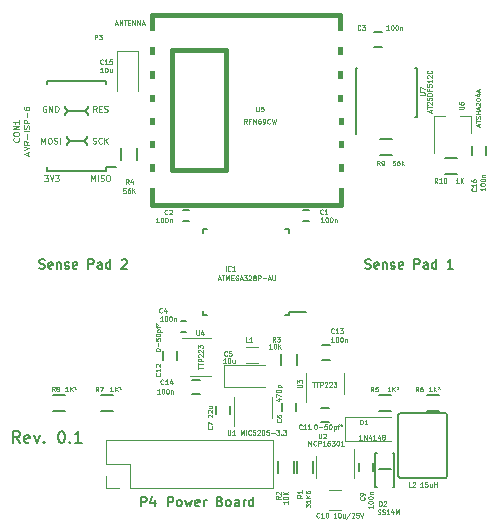
<source format=gto>
G04 #@! TF.GenerationSoftware,KiCad,Pcbnew,no-vcs-found-6cefb68~58~ubuntu16.04.1*
G04 #@! TF.CreationDate,2017-05-09T13:19:31+03:00*
G04 #@! TF.ProjectId,livolo_2_channels_1way_eu_switch,6C69766F6C6F5F325F6368616E6E656C,rev?*
G04 #@! TF.FileFunction,Legend,Top*
G04 #@! TF.FilePolarity,Positive*
%FSLAX46Y46*%
G04 Gerber Fmt 4.6, Leading zero omitted, Abs format (unit mm)*
G04 Created by KiCad (PCBNEW no-vcs-found-6cefb68~58~ubuntu16.04.1) date Tue May  9 13:19:31 2017*
%MOMM*%
%LPD*%
G01*
G04 APERTURE LIST*
%ADD10C,0.100000*%
%ADD11C,0.200000*%
%ADD12C,0.120000*%
%ADD13C,0.150000*%
%ADD14C,0.381000*%
%ADD15R,1.000000X1.250000*%
%ADD16R,4.000000X2.000000*%
%ADD17R,1.200000X2.000000*%
%ADD18R,1.200000X1.400000*%
%ADD19R,0.900000X1.200000*%
%ADD20R,0.650000X1.060000*%
%ADD21R,2.500000X1.270000*%
%ADD22R,1.750000X1.260000*%
%ADD23R,1.200000X0.900000*%
%ADD24R,1.200000X0.750000*%
%ADD25C,1.500000*%
%ADD26R,0.600000X0.500000*%
%ADD27R,0.750000X1.200000*%
%ADD28R,0.550000X1.600000*%
%ADD29R,1.600000X0.550000*%
%ADD30C,1.998980*%
%ADD31R,1.060000X0.650000*%
%ADD32R,1.998980X1.399540*%
%ADD33R,0.600000X1.550000*%
%ADD34R,0.800000X1.900000*%
%ADD35R,0.500000X0.900000*%
%ADD36R,1.260000X1.750000*%
%ADD37O,1.350000X1.350000*%
%ADD38R,1.350000X1.350000*%
G04 APERTURE END LIST*
D10*
D11*
X123290476Y-106752380D02*
X122957142Y-106276190D01*
X122719047Y-106752380D02*
X122719047Y-105752380D01*
X123100000Y-105752380D01*
X123195238Y-105800000D01*
X123242857Y-105847619D01*
X123290476Y-105942857D01*
X123290476Y-106085714D01*
X123242857Y-106180952D01*
X123195238Y-106228571D01*
X123100000Y-106276190D01*
X122719047Y-106276190D01*
X124100000Y-106704761D02*
X124004761Y-106752380D01*
X123814285Y-106752380D01*
X123719047Y-106704761D01*
X123671428Y-106609523D01*
X123671428Y-106228571D01*
X123719047Y-106133333D01*
X123814285Y-106085714D01*
X124004761Y-106085714D01*
X124100000Y-106133333D01*
X124147619Y-106228571D01*
X124147619Y-106323809D01*
X123671428Y-106419047D01*
X124480952Y-106085714D02*
X124719047Y-106752380D01*
X124957142Y-106085714D01*
X125338095Y-106657142D02*
X125385714Y-106704761D01*
X125338095Y-106752380D01*
X125290476Y-106704761D01*
X125338095Y-106657142D01*
X125338095Y-106752380D01*
X126766666Y-105752380D02*
X126861904Y-105752380D01*
X126957142Y-105800000D01*
X127004761Y-105847619D01*
X127052380Y-105942857D01*
X127100000Y-106133333D01*
X127100000Y-106371428D01*
X127052380Y-106561904D01*
X127004761Y-106657142D01*
X126957142Y-106704761D01*
X126861904Y-106752380D01*
X126766666Y-106752380D01*
X126671428Y-106704761D01*
X126623809Y-106657142D01*
X126576190Y-106561904D01*
X126528571Y-106371428D01*
X126528571Y-106133333D01*
X126576190Y-105942857D01*
X126623809Y-105847619D01*
X126671428Y-105800000D01*
X126766666Y-105752380D01*
X127528571Y-106657142D02*
X127576190Y-106704761D01*
X127528571Y-106752380D01*
X127480952Y-106704761D01*
X127528571Y-106657142D01*
X127528571Y-106752380D01*
X128528571Y-106752380D02*
X127957142Y-106752380D01*
X128242857Y-106752380D02*
X128242857Y-105752380D01*
X128147619Y-105895238D01*
X128052380Y-105990476D01*
X127957142Y-106038095D01*
D10*
X129790476Y-78726190D02*
X129623809Y-78488095D01*
X129504761Y-78726190D02*
X129504761Y-78226190D01*
X129695238Y-78226190D01*
X129742857Y-78250000D01*
X129766666Y-78273809D01*
X129790476Y-78321428D01*
X129790476Y-78392857D01*
X129766666Y-78440476D01*
X129742857Y-78464285D01*
X129695238Y-78488095D01*
X129504761Y-78488095D01*
X130004761Y-78464285D02*
X130171428Y-78464285D01*
X130242857Y-78726190D02*
X130004761Y-78726190D01*
X130004761Y-78226190D01*
X130242857Y-78226190D01*
X130433333Y-78702380D02*
X130504761Y-78726190D01*
X130623809Y-78726190D01*
X130671428Y-78702380D01*
X130695238Y-78678571D01*
X130719047Y-78630952D01*
X130719047Y-78583333D01*
X130695238Y-78535714D01*
X130671428Y-78511904D01*
X130623809Y-78488095D01*
X130528571Y-78464285D01*
X130480952Y-78440476D01*
X130457142Y-78416666D01*
X130433333Y-78369047D01*
X130433333Y-78321428D01*
X130457142Y-78273809D01*
X130480952Y-78250000D01*
X130528571Y-78226190D01*
X130647619Y-78226190D01*
X130719047Y-78250000D01*
X129457142Y-81402380D02*
X129528571Y-81426190D01*
X129647619Y-81426190D01*
X129695238Y-81402380D01*
X129719047Y-81378571D01*
X129742857Y-81330952D01*
X129742857Y-81283333D01*
X129719047Y-81235714D01*
X129695238Y-81211904D01*
X129647619Y-81188095D01*
X129552380Y-81164285D01*
X129504761Y-81140476D01*
X129480952Y-81116666D01*
X129457142Y-81069047D01*
X129457142Y-81021428D01*
X129480952Y-80973809D01*
X129504761Y-80950000D01*
X129552380Y-80926190D01*
X129671428Y-80926190D01*
X129742857Y-80950000D01*
X130242857Y-81378571D02*
X130219047Y-81402380D01*
X130147619Y-81426190D01*
X130100000Y-81426190D01*
X130028571Y-81402380D01*
X129980952Y-81354761D01*
X129957142Y-81307142D01*
X129933333Y-81211904D01*
X129933333Y-81140476D01*
X129957142Y-81045238D01*
X129980952Y-80997619D01*
X130028571Y-80950000D01*
X130100000Y-80926190D01*
X130147619Y-80926190D01*
X130219047Y-80950000D01*
X130242857Y-80973809D01*
X130457142Y-81426190D02*
X130457142Y-80926190D01*
X130742857Y-81426190D02*
X130528571Y-81140476D01*
X130742857Y-80926190D02*
X130457142Y-81211904D01*
X129339285Y-84576190D02*
X129339285Y-84076190D01*
X129505952Y-84433333D01*
X129672619Y-84076190D01*
X129672619Y-84576190D01*
X129910714Y-84576190D02*
X129910714Y-84076190D01*
X130125000Y-84552380D02*
X130196428Y-84576190D01*
X130315476Y-84576190D01*
X130363095Y-84552380D01*
X130386904Y-84528571D01*
X130410714Y-84480952D01*
X130410714Y-84433333D01*
X130386904Y-84385714D01*
X130363095Y-84361904D01*
X130315476Y-84338095D01*
X130220238Y-84314285D01*
X130172619Y-84290476D01*
X130148809Y-84266666D01*
X130125000Y-84219047D01*
X130125000Y-84171428D01*
X130148809Y-84123809D01*
X130172619Y-84100000D01*
X130220238Y-84076190D01*
X130339285Y-84076190D01*
X130410714Y-84100000D01*
X130720238Y-84076190D02*
X130815476Y-84076190D01*
X130863095Y-84100000D01*
X130910714Y-84147619D01*
X130934523Y-84242857D01*
X130934523Y-84409523D01*
X130910714Y-84504761D01*
X130863095Y-84552380D01*
X130815476Y-84576190D01*
X130720238Y-84576190D01*
X130672619Y-84552380D01*
X130625000Y-84504761D01*
X130601190Y-84409523D01*
X130601190Y-84242857D01*
X130625000Y-84147619D01*
X130672619Y-84100000D01*
X130720238Y-84076190D01*
X125519047Y-78250000D02*
X125471428Y-78226190D01*
X125400000Y-78226190D01*
X125328571Y-78250000D01*
X125280952Y-78297619D01*
X125257142Y-78345238D01*
X125233333Y-78440476D01*
X125233333Y-78511904D01*
X125257142Y-78607142D01*
X125280952Y-78654761D01*
X125328571Y-78702380D01*
X125400000Y-78726190D01*
X125447619Y-78726190D01*
X125519047Y-78702380D01*
X125542857Y-78678571D01*
X125542857Y-78511904D01*
X125447619Y-78511904D01*
X125757142Y-78726190D02*
X125757142Y-78226190D01*
X126042857Y-78726190D01*
X126042857Y-78226190D01*
X126280952Y-78726190D02*
X126280952Y-78226190D01*
X126400000Y-78226190D01*
X126471428Y-78250000D01*
X126519047Y-78297619D01*
X126542857Y-78345238D01*
X126566666Y-78440476D01*
X126566666Y-78511904D01*
X126542857Y-78607142D01*
X126519047Y-78654761D01*
X126471428Y-78702380D01*
X126400000Y-78726190D01*
X126280952Y-78726190D01*
X125114285Y-81426190D02*
X125114285Y-80926190D01*
X125280952Y-81283333D01*
X125447619Y-80926190D01*
X125447619Y-81426190D01*
X125780952Y-80926190D02*
X125876190Y-80926190D01*
X125923809Y-80950000D01*
X125971428Y-80997619D01*
X125995238Y-81092857D01*
X125995238Y-81259523D01*
X125971428Y-81354761D01*
X125923809Y-81402380D01*
X125876190Y-81426190D01*
X125780952Y-81426190D01*
X125733333Y-81402380D01*
X125685714Y-81354761D01*
X125661904Y-81259523D01*
X125661904Y-81092857D01*
X125685714Y-80997619D01*
X125733333Y-80950000D01*
X125780952Y-80926190D01*
X126185714Y-81402380D02*
X126257142Y-81426190D01*
X126376190Y-81426190D01*
X126423809Y-81402380D01*
X126447619Y-81378571D01*
X126471428Y-81330952D01*
X126471428Y-81283333D01*
X126447619Y-81235714D01*
X126423809Y-81211904D01*
X126376190Y-81188095D01*
X126280952Y-81164285D01*
X126233333Y-81140476D01*
X126209523Y-81116666D01*
X126185714Y-81069047D01*
X126185714Y-81021428D01*
X126209523Y-80973809D01*
X126233333Y-80950000D01*
X126280952Y-80926190D01*
X126400000Y-80926190D01*
X126471428Y-80950000D01*
X126685714Y-81426190D02*
X126685714Y-80926190D01*
X125355952Y-84101190D02*
X125665476Y-84101190D01*
X125498809Y-84291666D01*
X125570238Y-84291666D01*
X125617857Y-84315476D01*
X125641666Y-84339285D01*
X125665476Y-84386904D01*
X125665476Y-84505952D01*
X125641666Y-84553571D01*
X125617857Y-84577380D01*
X125570238Y-84601190D01*
X125427380Y-84601190D01*
X125379761Y-84577380D01*
X125355952Y-84553571D01*
X125808333Y-84101190D02*
X125975000Y-84601190D01*
X126141666Y-84101190D01*
X126260714Y-84101190D02*
X126570238Y-84101190D01*
X126403571Y-84291666D01*
X126475000Y-84291666D01*
X126522619Y-84315476D01*
X126546428Y-84339285D01*
X126570238Y-84386904D01*
X126570238Y-84505952D01*
X126546428Y-84553571D01*
X126522619Y-84577380D01*
X126475000Y-84601190D01*
X126332142Y-84601190D01*
X126284523Y-84577380D01*
X126260714Y-84553571D01*
D12*
X150500000Y-110750000D02*
X149500000Y-110750000D01*
X149500000Y-112450000D02*
X150500000Y-112450000D01*
D13*
X155300000Y-109575000D02*
X155475000Y-109700000D01*
X159500000Y-109550000D02*
X159375000Y-109700000D01*
X159375000Y-109700000D02*
X155500000Y-109700000D01*
X159500000Y-104350000D02*
X159300000Y-104250000D01*
X159500000Y-109550000D02*
X159500000Y-104350000D01*
X155500000Y-104250000D02*
X159300000Y-104250000D01*
X155300000Y-109575000D02*
X155300000Y-104375000D01*
X155300000Y-104375000D02*
X155500000Y-104250000D01*
D11*
X154700000Y-109000000D02*
X153700000Y-109000000D01*
D13*
X155000000Y-110500000D02*
X154900000Y-110500000D01*
X155000000Y-107600000D02*
X155000000Y-110500000D01*
X153400000Y-107600000D02*
X153400000Y-110501723D01*
X153500000Y-110500000D02*
X153400000Y-110500000D01*
X153500000Y-107600000D02*
X153400000Y-107600000D01*
X155000000Y-107600000D02*
X154900000Y-107600000D01*
X145125000Y-109300000D02*
X145125000Y-108300000D01*
X146475000Y-108300000D02*
X146475000Y-109300000D01*
D12*
X151610000Y-109700000D02*
X151610000Y-107250000D01*
X148390000Y-107900000D02*
X148390000Y-109700000D01*
D13*
X128750152Y-78630000D02*
X127448117Y-78630000D01*
X129050000Y-78376000D02*
X128796000Y-78630000D01*
X128796000Y-78630000D02*
X129050000Y-78884000D01*
X129050000Y-78884000D02*
X129050000Y-79011000D01*
X129050000Y-78249000D02*
X129050000Y-78376000D01*
X128950000Y-80916000D02*
X128696000Y-81170000D01*
X127150000Y-78884000D02*
X127404000Y-78630000D01*
X128950000Y-81424000D02*
X128950000Y-81551000D01*
X127150000Y-78376000D02*
X127150000Y-78249000D01*
X128696000Y-81170000D02*
X128950000Y-81424000D01*
X127404000Y-78630000D02*
X127150000Y-78376000D01*
X128950000Y-80789000D02*
X128950000Y-80916000D01*
X127150000Y-79011000D02*
X127150000Y-78884000D01*
X125550000Y-83710000D02*
X125550000Y-83430000D01*
X127250000Y-80916000D02*
X127250000Y-80789000D01*
X127504000Y-81170000D02*
X127250000Y-80916000D01*
X127250000Y-81424000D02*
X127504000Y-81170000D01*
X127250000Y-81551000D02*
X127250000Y-81424000D01*
X125550000Y-83710000D02*
X130550000Y-83710000D01*
X130550000Y-83710000D02*
X130550000Y-83430000D01*
X130550000Y-76090000D02*
X130550000Y-76370000D01*
X125550000Y-76090000D02*
X130550000Y-76090000D01*
X125550000Y-76090000D02*
X125550000Y-76370000D01*
X128750000Y-81200000D02*
X127450000Y-81200000D01*
X130550000Y-83400000D02*
X131450000Y-83400000D01*
D12*
X140600000Y-100192000D02*
X144050000Y-100192000D01*
X140600000Y-101992000D02*
X144050000Y-101992000D01*
X140600000Y-100192000D02*
X140600000Y-101992000D01*
D13*
X159266000Y-82637000D02*
X160266000Y-82637000D01*
X160266000Y-83987000D02*
X159266000Y-83987000D01*
X153275000Y-72000000D02*
X153975000Y-72000000D01*
X153975000Y-73200000D02*
X153275000Y-73200000D01*
X137400000Y-96425000D02*
X136900000Y-96425000D01*
X136900000Y-97375000D02*
X137400000Y-97375000D01*
X137100000Y-87975000D02*
X137600000Y-87975000D01*
X137600000Y-87025000D02*
X137100000Y-87025000D01*
X147750000Y-87025000D02*
X147250000Y-87025000D01*
X147250000Y-87975000D02*
X147750000Y-87975000D01*
X139900000Y-104350000D02*
X139900000Y-103650000D01*
X141100000Y-103650000D02*
X141100000Y-104350000D01*
X145500000Y-104050000D02*
X145500000Y-103350000D01*
X146700000Y-103350000D02*
X146700000Y-104050000D01*
X152000000Y-109150000D02*
X152000000Y-108450000D01*
X153200000Y-108450000D02*
X153200000Y-109150000D01*
X149450000Y-105000000D02*
X148750000Y-105000000D01*
X148750000Y-103800000D02*
X149450000Y-103800000D01*
X135400000Y-99700000D02*
X135400000Y-99000000D01*
X136600000Y-99000000D02*
X136600000Y-99700000D01*
X148850000Y-98500000D02*
X149550000Y-98500000D01*
X149550000Y-99700000D02*
X148850000Y-99700000D01*
X137850000Y-101400000D02*
X138550000Y-101400000D01*
X138550000Y-102600000D02*
X137850000Y-102600000D01*
D12*
X150850000Y-104600000D02*
X154750000Y-104600000D01*
X150850000Y-106600000D02*
X154750000Y-106600000D01*
X150850000Y-104600000D02*
X150850000Y-106600000D01*
D13*
X146075000Y-95700000D02*
X147500000Y-95700000D01*
X138825000Y-95925000D02*
X139150000Y-95925000D01*
X138825000Y-88675000D02*
X139150000Y-88675000D01*
X146075000Y-88675000D02*
X145750000Y-88675000D01*
X146075000Y-95925000D02*
X145750000Y-95925000D01*
X146075000Y-88675000D02*
X146075000Y-89000000D01*
X138825000Y-88675000D02*
X138825000Y-89000000D01*
X138825000Y-95925000D02*
X138825000Y-95600000D01*
X146075000Y-95925000D02*
X146075000Y-95700000D01*
X148075000Y-108300000D02*
X148075000Y-109300000D01*
X146725000Y-109300000D02*
X146725000Y-108300000D01*
X146775000Y-99200000D02*
X146775000Y-100200000D01*
X145425000Y-100200000D02*
X145425000Y-99200000D01*
X131825000Y-82800000D02*
X131825000Y-81800000D01*
X133175000Y-81800000D02*
X133175000Y-82800000D01*
X153700000Y-102725000D02*
X154700000Y-102725000D01*
X154700000Y-104075000D02*
X153700000Y-104075000D01*
X158800000Y-104075000D02*
X157800000Y-104075000D01*
X157800000Y-102725000D02*
X158800000Y-102725000D01*
X131200000Y-104075000D02*
X130200000Y-104075000D01*
X130200000Y-102725000D02*
X131200000Y-102725000D01*
X126100000Y-102725000D02*
X127100000Y-102725000D01*
X127100000Y-104075000D02*
X126100000Y-104075000D01*
D12*
X141440000Y-102850000D02*
X141440000Y-105300000D01*
X144660000Y-104650000D02*
X144660000Y-102850000D01*
X147490000Y-100850000D02*
X147490000Y-103300000D01*
X150710000Y-102650000D02*
X150710000Y-100850000D01*
X137700000Y-101060000D02*
X139500000Y-101060000D01*
X139500000Y-97840000D02*
X137050000Y-97840000D01*
D14*
X136150800Y-83650320D02*
X136150800Y-73449680D01*
X136150800Y-73449680D02*
X140750740Y-73449680D01*
X140750740Y-73449680D02*
X140750740Y-83650320D01*
X140750740Y-83650320D02*
X136150800Y-83650320D01*
X134499800Y-70500740D02*
X150400200Y-70500740D01*
X150400200Y-70500740D02*
X150451000Y-86599260D01*
X150451000Y-86599260D02*
X134499800Y-86599260D01*
X134499800Y-86599260D02*
X134499800Y-70500740D01*
D13*
X161600000Y-82350000D02*
X161600000Y-81650000D01*
X162800000Y-81650000D02*
X162800000Y-82350000D01*
X154800000Y-82375000D02*
X153800000Y-82375000D01*
X153800000Y-81025000D02*
X154800000Y-81025000D01*
X151780000Y-79175000D02*
X151780000Y-80575000D01*
X156880000Y-79175000D02*
X156880000Y-75025000D01*
X151730000Y-79175000D02*
X151730000Y-75025000D01*
X156880000Y-79175000D02*
X156735000Y-79175000D01*
X156880000Y-75025000D02*
X156735000Y-75025000D01*
X151730000Y-75025000D02*
X151875000Y-75025000D01*
X151730000Y-79175000D02*
X151780000Y-79175000D01*
D12*
X161480000Y-79090000D02*
X161480000Y-80550000D01*
X158320000Y-79090000D02*
X158320000Y-82250000D01*
X158320000Y-79090000D02*
X159250000Y-79090000D01*
X161480000Y-79090000D02*
X160550000Y-79090000D01*
X143450000Y-99980000D02*
X142450000Y-99980000D01*
X142450000Y-98620000D02*
X143450000Y-98620000D01*
X133300000Y-73550000D02*
X131500000Y-73550000D01*
X131500000Y-73550000D02*
X131500000Y-77000000D01*
X133300000Y-73550000D02*
X133300000Y-77000000D01*
X130590000Y-110610000D02*
X130590000Y-109550000D01*
X131650000Y-110610000D02*
X130590000Y-110610000D01*
X132650000Y-108550000D02*
X132650000Y-110610000D01*
X130590000Y-108550000D02*
X132650000Y-108550000D01*
X130590000Y-106490000D02*
X130590000Y-108550000D01*
X144710000Y-106490000D02*
X130590000Y-106490000D01*
X144710000Y-110610000D02*
X144710000Y-106490000D01*
X132650000Y-110610000D02*
X144710000Y-110610000D01*
D10*
X148642857Y-113042857D02*
X148623809Y-113061904D01*
X148566666Y-113080952D01*
X148528571Y-113080952D01*
X148471428Y-113061904D01*
X148433333Y-113023809D01*
X148414285Y-112985714D01*
X148395238Y-112909523D01*
X148395238Y-112852380D01*
X148414285Y-112776190D01*
X148433333Y-112738095D01*
X148471428Y-112700000D01*
X148528571Y-112680952D01*
X148566666Y-112680952D01*
X148623809Y-112700000D01*
X148642857Y-112719047D01*
X149023809Y-113080952D02*
X148795238Y-113080952D01*
X148909523Y-113080952D02*
X148909523Y-112680952D01*
X148871428Y-112738095D01*
X148833333Y-112776190D01*
X148795238Y-112795238D01*
X149271428Y-112680952D02*
X149309523Y-112680952D01*
X149347619Y-112700000D01*
X149366666Y-112719047D01*
X149385714Y-112757142D01*
X149404761Y-112833333D01*
X149404761Y-112928571D01*
X149385714Y-113004761D01*
X149366666Y-113042857D01*
X149347619Y-113061904D01*
X149309523Y-113080952D01*
X149271428Y-113080952D01*
X149233333Y-113061904D01*
X149214285Y-113042857D01*
X149195238Y-113004761D01*
X149176190Y-112928571D01*
X149176190Y-112833333D01*
X149195238Y-112757142D01*
X149214285Y-112719047D01*
X149233333Y-112700000D01*
X149271428Y-112680952D01*
X150080952Y-113080952D02*
X149852380Y-113080952D01*
X149966666Y-113080952D02*
X149966666Y-112680952D01*
X149928571Y-112738095D01*
X149890476Y-112776190D01*
X149852380Y-112795238D01*
X150328571Y-112680952D02*
X150366666Y-112680952D01*
X150404761Y-112700000D01*
X150423809Y-112719047D01*
X150442857Y-112757142D01*
X150461904Y-112833333D01*
X150461904Y-112928571D01*
X150442857Y-113004761D01*
X150423809Y-113042857D01*
X150404761Y-113061904D01*
X150366666Y-113080952D01*
X150328571Y-113080952D01*
X150290476Y-113061904D01*
X150271428Y-113042857D01*
X150252380Y-113004761D01*
X150233333Y-112928571D01*
X150233333Y-112833333D01*
X150252380Y-112757142D01*
X150271428Y-112719047D01*
X150290476Y-112700000D01*
X150328571Y-112680952D01*
X150804761Y-112814285D02*
X150804761Y-113080952D01*
X150633333Y-112814285D02*
X150633333Y-113023809D01*
X150652380Y-113061904D01*
X150690476Y-113080952D01*
X150747619Y-113080952D01*
X150785714Y-113061904D01*
X150804761Y-113042857D01*
X151280952Y-112661904D02*
X150938095Y-113176190D01*
X151395238Y-112719047D02*
X151414285Y-112700000D01*
X151452380Y-112680952D01*
X151547619Y-112680952D01*
X151585714Y-112700000D01*
X151604761Y-112719047D01*
X151623809Y-112757142D01*
X151623809Y-112795238D01*
X151604761Y-112852380D01*
X151376190Y-113080952D01*
X151623809Y-113080952D01*
X151985714Y-112680952D02*
X151795238Y-112680952D01*
X151776190Y-112871428D01*
X151795238Y-112852380D01*
X151833333Y-112833333D01*
X151928571Y-112833333D01*
X151966666Y-112852380D01*
X151985714Y-112871428D01*
X152004761Y-112909523D01*
X152004761Y-113004761D01*
X151985714Y-113042857D01*
X151966666Y-113061904D01*
X151928571Y-113080952D01*
X151833333Y-113080952D01*
X151795238Y-113061904D01*
X151776190Y-113042857D01*
X152119047Y-112680952D02*
X152252380Y-113080952D01*
X152385714Y-112680952D01*
X156433333Y-110480952D02*
X156242857Y-110480952D01*
X156242857Y-110080952D01*
X156547619Y-110119047D02*
X156566666Y-110100000D01*
X156604761Y-110080952D01*
X156700000Y-110080952D01*
X156738095Y-110100000D01*
X156757142Y-110119047D01*
X156776190Y-110157142D01*
X156776190Y-110195238D01*
X156757142Y-110252380D01*
X156528571Y-110480952D01*
X156776190Y-110480952D01*
X157433333Y-110480952D02*
X157204761Y-110480952D01*
X157319047Y-110480952D02*
X157319047Y-110080952D01*
X157280952Y-110138095D01*
X157242857Y-110176190D01*
X157204761Y-110195238D01*
X157795238Y-110080952D02*
X157604761Y-110080952D01*
X157585714Y-110271428D01*
X157604761Y-110252380D01*
X157642857Y-110233333D01*
X157738095Y-110233333D01*
X157776190Y-110252380D01*
X157795238Y-110271428D01*
X157814285Y-110309523D01*
X157814285Y-110404761D01*
X157795238Y-110442857D01*
X157776190Y-110461904D01*
X157738095Y-110480952D01*
X157642857Y-110480952D01*
X157604761Y-110461904D01*
X157585714Y-110442857D01*
X158157142Y-110214285D02*
X158157142Y-110480952D01*
X157985714Y-110214285D02*
X157985714Y-110423809D01*
X158004761Y-110461904D01*
X158042857Y-110480952D01*
X158100000Y-110480952D01*
X158138095Y-110461904D01*
X158157142Y-110442857D01*
X158347619Y-110480952D02*
X158347619Y-110080952D01*
X158347619Y-110271428D02*
X158576190Y-110271428D01*
X158576190Y-110480952D02*
X158576190Y-110080952D01*
X153704761Y-112080952D02*
X153704761Y-111680952D01*
X153800000Y-111680952D01*
X153857142Y-111700000D01*
X153895238Y-111738095D01*
X153914285Y-111776190D01*
X153933333Y-111852380D01*
X153933333Y-111909523D01*
X153914285Y-111985714D01*
X153895238Y-112023809D01*
X153857142Y-112061904D01*
X153800000Y-112080952D01*
X153704761Y-112080952D01*
X154085714Y-111719047D02*
X154104761Y-111700000D01*
X154142857Y-111680952D01*
X154238095Y-111680952D01*
X154276190Y-111700000D01*
X154295238Y-111719047D01*
X154314285Y-111757142D01*
X154314285Y-111795238D01*
X154295238Y-111852380D01*
X154066666Y-112080952D01*
X154314285Y-112080952D01*
X153585714Y-112761904D02*
X153642857Y-112780952D01*
X153738095Y-112780952D01*
X153776190Y-112761904D01*
X153795238Y-112742857D01*
X153814285Y-112704761D01*
X153814285Y-112666666D01*
X153795238Y-112628571D01*
X153776190Y-112609523D01*
X153738095Y-112590476D01*
X153661904Y-112571428D01*
X153623809Y-112552380D01*
X153604761Y-112533333D01*
X153585714Y-112495238D01*
X153585714Y-112457142D01*
X153604761Y-112419047D01*
X153623809Y-112400000D01*
X153661904Y-112380952D01*
X153757142Y-112380952D01*
X153814285Y-112400000D01*
X153966666Y-112761904D02*
X154023809Y-112780952D01*
X154119047Y-112780952D01*
X154157142Y-112761904D01*
X154176190Y-112742857D01*
X154195238Y-112704761D01*
X154195238Y-112666666D01*
X154176190Y-112628571D01*
X154157142Y-112609523D01*
X154119047Y-112590476D01*
X154042857Y-112571428D01*
X154004761Y-112552380D01*
X153985714Y-112533333D01*
X153966666Y-112495238D01*
X153966666Y-112457142D01*
X153985714Y-112419047D01*
X154004761Y-112400000D01*
X154042857Y-112380952D01*
X154138095Y-112380952D01*
X154195238Y-112400000D01*
X154576190Y-112780952D02*
X154347619Y-112780952D01*
X154461904Y-112780952D02*
X154461904Y-112380952D01*
X154423809Y-112438095D01*
X154385714Y-112476190D01*
X154347619Y-112495238D01*
X154919047Y-112514285D02*
X154919047Y-112780952D01*
X154823809Y-112361904D02*
X154728571Y-112647619D01*
X154976190Y-112647619D01*
X155128571Y-112780952D02*
X155128571Y-112380952D01*
X155261904Y-112666666D01*
X155395238Y-112380952D01*
X155395238Y-112780952D01*
X145380952Y-111266666D02*
X145190476Y-111400000D01*
X145380952Y-111495238D02*
X144980952Y-111495238D01*
X144980952Y-111342857D01*
X145000000Y-111304761D01*
X145019047Y-111285714D01*
X145057142Y-111266666D01*
X145114285Y-111266666D01*
X145152380Y-111285714D01*
X145171428Y-111304761D01*
X145190476Y-111342857D01*
X145190476Y-111495238D01*
X145019047Y-111114285D02*
X145000000Y-111095238D01*
X144980952Y-111057142D01*
X144980952Y-110961904D01*
X145000000Y-110923809D01*
X145019047Y-110904761D01*
X145057142Y-110885714D01*
X145095238Y-110885714D01*
X145152380Y-110904761D01*
X145380952Y-111133333D01*
X145380952Y-110885714D01*
X145980952Y-111676190D02*
X145980952Y-111904761D01*
X145980952Y-111790476D02*
X145580952Y-111790476D01*
X145638095Y-111828571D01*
X145676190Y-111866666D01*
X145695238Y-111904761D01*
X145580952Y-111428571D02*
X145580952Y-111390476D01*
X145600000Y-111352380D01*
X145619047Y-111333333D01*
X145657142Y-111314285D01*
X145733333Y-111295238D01*
X145828571Y-111295238D01*
X145904761Y-111314285D01*
X145942857Y-111333333D01*
X145961904Y-111352380D01*
X145980952Y-111390476D01*
X145980952Y-111428571D01*
X145961904Y-111466666D01*
X145942857Y-111485714D01*
X145904761Y-111504761D01*
X145828571Y-111523809D01*
X145733333Y-111523809D01*
X145657142Y-111504761D01*
X145619047Y-111485714D01*
X145600000Y-111466666D01*
X145580952Y-111428571D01*
X145980952Y-111123809D02*
X145580952Y-111123809D01*
X145980952Y-110895238D02*
X145752380Y-111066666D01*
X145580952Y-110895238D02*
X145809523Y-111123809D01*
X148595238Y-105980952D02*
X148595238Y-106304761D01*
X148614285Y-106342857D01*
X148633333Y-106361904D01*
X148671428Y-106380952D01*
X148747619Y-106380952D01*
X148785714Y-106361904D01*
X148804761Y-106342857D01*
X148823809Y-106304761D01*
X148823809Y-105980952D01*
X148995238Y-106019047D02*
X149014285Y-106000000D01*
X149052380Y-105980952D01*
X149147619Y-105980952D01*
X149185714Y-106000000D01*
X149204761Y-106019047D01*
X149223809Y-106057142D01*
X149223809Y-106095238D01*
X149204761Y-106152380D01*
X148976190Y-106380952D01*
X149223809Y-106380952D01*
X147714285Y-106980952D02*
X147714285Y-106580952D01*
X147847619Y-106866666D01*
X147980952Y-106580952D01*
X147980952Y-106980952D01*
X148400000Y-106942857D02*
X148380952Y-106961904D01*
X148323809Y-106980952D01*
X148285714Y-106980952D01*
X148228571Y-106961904D01*
X148190476Y-106923809D01*
X148171428Y-106885714D01*
X148152380Y-106809523D01*
X148152380Y-106752380D01*
X148171428Y-106676190D01*
X148190476Y-106638095D01*
X148228571Y-106600000D01*
X148285714Y-106580952D01*
X148323809Y-106580952D01*
X148380952Y-106600000D01*
X148400000Y-106619047D01*
X148571428Y-106980952D02*
X148571428Y-106580952D01*
X148723809Y-106580952D01*
X148761904Y-106600000D01*
X148780952Y-106619047D01*
X148800000Y-106657142D01*
X148800000Y-106714285D01*
X148780952Y-106752380D01*
X148761904Y-106771428D01*
X148723809Y-106790476D01*
X148571428Y-106790476D01*
X149180952Y-106980952D02*
X148952380Y-106980952D01*
X149066666Y-106980952D02*
X149066666Y-106580952D01*
X149028571Y-106638095D01*
X148990476Y-106676190D01*
X148952380Y-106695238D01*
X149523809Y-106580952D02*
X149447619Y-106580952D01*
X149409523Y-106600000D01*
X149390476Y-106619047D01*
X149352380Y-106676190D01*
X149333333Y-106752380D01*
X149333333Y-106904761D01*
X149352380Y-106942857D01*
X149371428Y-106961904D01*
X149409523Y-106980952D01*
X149485714Y-106980952D01*
X149523809Y-106961904D01*
X149542857Y-106942857D01*
X149561904Y-106904761D01*
X149561904Y-106809523D01*
X149542857Y-106771428D01*
X149523809Y-106752380D01*
X149485714Y-106733333D01*
X149409523Y-106733333D01*
X149371428Y-106752380D01*
X149352380Y-106771428D01*
X149333333Y-106809523D01*
X149695238Y-106580952D02*
X149942857Y-106580952D01*
X149809523Y-106733333D01*
X149866666Y-106733333D01*
X149904761Y-106752380D01*
X149923809Y-106771428D01*
X149942857Y-106809523D01*
X149942857Y-106904761D01*
X149923809Y-106942857D01*
X149904761Y-106961904D01*
X149866666Y-106980952D01*
X149752380Y-106980952D01*
X149714285Y-106961904D01*
X149695238Y-106942857D01*
X150190476Y-106580952D02*
X150228571Y-106580952D01*
X150266666Y-106600000D01*
X150285714Y-106619047D01*
X150304761Y-106657142D01*
X150323809Y-106733333D01*
X150323809Y-106828571D01*
X150304761Y-106904761D01*
X150285714Y-106942857D01*
X150266666Y-106961904D01*
X150228571Y-106980952D01*
X150190476Y-106980952D01*
X150152380Y-106961904D01*
X150133333Y-106942857D01*
X150114285Y-106904761D01*
X150095238Y-106828571D01*
X150095238Y-106733333D01*
X150114285Y-106657142D01*
X150133333Y-106619047D01*
X150152380Y-106600000D01*
X150190476Y-106580952D01*
X150704761Y-106980952D02*
X150476190Y-106980952D01*
X150590476Y-106980952D02*
X150590476Y-106580952D01*
X150552380Y-106638095D01*
X150514285Y-106676190D01*
X150476190Y-106695238D01*
X123198571Y-80957142D02*
X123222380Y-80980952D01*
X123246190Y-81052380D01*
X123246190Y-81100000D01*
X123222380Y-81171428D01*
X123174761Y-81219047D01*
X123127142Y-81242857D01*
X123031904Y-81266666D01*
X122960476Y-81266666D01*
X122865238Y-81242857D01*
X122817619Y-81219047D01*
X122770000Y-81171428D01*
X122746190Y-81100000D01*
X122746190Y-81052380D01*
X122770000Y-80980952D01*
X122793809Y-80957142D01*
X122746190Y-80647619D02*
X122746190Y-80552380D01*
X122770000Y-80504761D01*
X122817619Y-80457142D01*
X122912857Y-80433333D01*
X123079523Y-80433333D01*
X123174761Y-80457142D01*
X123222380Y-80504761D01*
X123246190Y-80552380D01*
X123246190Y-80647619D01*
X123222380Y-80695238D01*
X123174761Y-80742857D01*
X123079523Y-80766666D01*
X122912857Y-80766666D01*
X122817619Y-80742857D01*
X122770000Y-80695238D01*
X122746190Y-80647619D01*
X123246190Y-80219047D02*
X122746190Y-80219047D01*
X123246190Y-79933333D01*
X122746190Y-79933333D01*
X123246190Y-79433333D02*
X123246190Y-79719047D01*
X123246190Y-79576190D02*
X122746190Y-79576190D01*
X122817619Y-79623809D01*
X122865238Y-79671428D01*
X122889047Y-79719047D01*
X123963333Y-82377619D02*
X123963333Y-82139523D01*
X124106190Y-82425238D02*
X123606190Y-82258571D01*
X124106190Y-82091904D01*
X123606190Y-81996666D02*
X124106190Y-81830000D01*
X123606190Y-81663333D01*
X124106190Y-81210952D02*
X123868095Y-81377619D01*
X124106190Y-81496666D02*
X123606190Y-81496666D01*
X123606190Y-81306190D01*
X123630000Y-81258571D01*
X123653809Y-81234761D01*
X123701428Y-81210952D01*
X123772857Y-81210952D01*
X123820476Y-81234761D01*
X123844285Y-81258571D01*
X123868095Y-81306190D01*
X123868095Y-81496666D01*
X123915714Y-80996666D02*
X123915714Y-80615714D01*
X124106190Y-80377619D02*
X123606190Y-80377619D01*
X124082380Y-80163333D02*
X124106190Y-80091904D01*
X124106190Y-79972857D01*
X124082380Y-79925238D01*
X124058571Y-79901428D01*
X124010952Y-79877619D01*
X123963333Y-79877619D01*
X123915714Y-79901428D01*
X123891904Y-79925238D01*
X123868095Y-79972857D01*
X123844285Y-80068095D01*
X123820476Y-80115714D01*
X123796666Y-80139523D01*
X123749047Y-80163333D01*
X123701428Y-80163333D01*
X123653809Y-80139523D01*
X123630000Y-80115714D01*
X123606190Y-80068095D01*
X123606190Y-79949047D01*
X123630000Y-79877619D01*
X124106190Y-79663333D02*
X123606190Y-79663333D01*
X123606190Y-79472857D01*
X123630000Y-79425238D01*
X123653809Y-79401428D01*
X123701428Y-79377619D01*
X123772857Y-79377619D01*
X123820476Y-79401428D01*
X123844285Y-79425238D01*
X123868095Y-79472857D01*
X123868095Y-79663333D01*
X123915714Y-79163333D02*
X123915714Y-78782380D01*
X123606190Y-78330000D02*
X123606190Y-78425238D01*
X123630000Y-78472857D01*
X123653809Y-78496666D01*
X123725238Y-78544285D01*
X123820476Y-78568095D01*
X124010952Y-78568095D01*
X124058571Y-78544285D01*
X124082380Y-78520476D01*
X124106190Y-78472857D01*
X124106190Y-78377619D01*
X124082380Y-78330000D01*
X124058571Y-78306190D01*
X124010952Y-78282380D01*
X123891904Y-78282380D01*
X123844285Y-78306190D01*
X123820476Y-78330000D01*
X123796666Y-78377619D01*
X123796666Y-78472857D01*
X123820476Y-78520476D01*
X123844285Y-78544285D01*
X123891904Y-78568095D01*
X140833333Y-99342857D02*
X140814285Y-99361904D01*
X140757142Y-99380952D01*
X140719047Y-99380952D01*
X140661904Y-99361904D01*
X140623809Y-99323809D01*
X140604761Y-99285714D01*
X140585714Y-99209523D01*
X140585714Y-99152380D01*
X140604761Y-99076190D01*
X140623809Y-99038095D01*
X140661904Y-99000000D01*
X140719047Y-98980952D01*
X140757142Y-98980952D01*
X140814285Y-99000000D01*
X140833333Y-99019047D01*
X141195238Y-98980952D02*
X141004761Y-98980952D01*
X140985714Y-99171428D01*
X141004761Y-99152380D01*
X141042857Y-99133333D01*
X141138095Y-99133333D01*
X141176190Y-99152380D01*
X141195238Y-99171428D01*
X141214285Y-99209523D01*
X141214285Y-99304761D01*
X141195238Y-99342857D01*
X141176190Y-99361904D01*
X141138095Y-99380952D01*
X141042857Y-99380952D01*
X141004761Y-99361904D01*
X140985714Y-99342857D01*
X140742857Y-99980952D02*
X140514285Y-99980952D01*
X140628571Y-99980952D02*
X140628571Y-99580952D01*
X140590476Y-99638095D01*
X140552380Y-99676190D01*
X140514285Y-99695238D01*
X140990476Y-99580952D02*
X141028571Y-99580952D01*
X141066666Y-99600000D01*
X141085714Y-99619047D01*
X141104761Y-99657142D01*
X141123809Y-99733333D01*
X141123809Y-99828571D01*
X141104761Y-99904761D01*
X141085714Y-99942857D01*
X141066666Y-99961904D01*
X141028571Y-99980952D01*
X140990476Y-99980952D01*
X140952380Y-99961904D01*
X140933333Y-99942857D01*
X140914285Y-99904761D01*
X140895238Y-99828571D01*
X140895238Y-99733333D01*
X140914285Y-99657142D01*
X140933333Y-99619047D01*
X140952380Y-99600000D01*
X140990476Y-99580952D01*
X141466666Y-99714285D02*
X141466666Y-99980952D01*
X141295238Y-99714285D02*
X141295238Y-99923809D01*
X141314285Y-99961904D01*
X141352380Y-99980952D01*
X141409523Y-99980952D01*
X141447619Y-99961904D01*
X141466666Y-99942857D01*
D13*
X152535714Y-91973809D02*
X152650000Y-92011904D01*
X152840476Y-92011904D01*
X152916666Y-91973809D01*
X152954761Y-91935714D01*
X152992857Y-91859523D01*
X152992857Y-91783333D01*
X152954761Y-91707142D01*
X152916666Y-91669047D01*
X152840476Y-91630952D01*
X152688095Y-91592857D01*
X152611904Y-91554761D01*
X152573809Y-91516666D01*
X152535714Y-91440476D01*
X152535714Y-91364285D01*
X152573809Y-91288095D01*
X152611904Y-91250000D01*
X152688095Y-91211904D01*
X152878571Y-91211904D01*
X152992857Y-91250000D01*
X153640476Y-91973809D02*
X153564285Y-92011904D01*
X153411904Y-92011904D01*
X153335714Y-91973809D01*
X153297619Y-91897619D01*
X153297619Y-91592857D01*
X153335714Y-91516666D01*
X153411904Y-91478571D01*
X153564285Y-91478571D01*
X153640476Y-91516666D01*
X153678571Y-91592857D01*
X153678571Y-91669047D01*
X153297619Y-91745238D01*
X154021428Y-91478571D02*
X154021428Y-92011904D01*
X154021428Y-91554761D02*
X154059523Y-91516666D01*
X154135714Y-91478571D01*
X154250000Y-91478571D01*
X154326190Y-91516666D01*
X154364285Y-91592857D01*
X154364285Y-92011904D01*
X154707142Y-91973809D02*
X154783333Y-92011904D01*
X154935714Y-92011904D01*
X155011904Y-91973809D01*
X155050000Y-91897619D01*
X155050000Y-91859523D01*
X155011904Y-91783333D01*
X154935714Y-91745238D01*
X154821428Y-91745238D01*
X154745238Y-91707142D01*
X154707142Y-91630952D01*
X154707142Y-91592857D01*
X154745238Y-91516666D01*
X154821428Y-91478571D01*
X154935714Y-91478571D01*
X155011904Y-91516666D01*
X155697619Y-91973809D02*
X155621428Y-92011904D01*
X155469047Y-92011904D01*
X155392857Y-91973809D01*
X155354761Y-91897619D01*
X155354761Y-91592857D01*
X155392857Y-91516666D01*
X155469047Y-91478571D01*
X155621428Y-91478571D01*
X155697619Y-91516666D01*
X155735714Y-91592857D01*
X155735714Y-91669047D01*
X155354761Y-91745238D01*
X156688095Y-92011904D02*
X156688095Y-91211904D01*
X156992857Y-91211904D01*
X157069047Y-91250000D01*
X157107142Y-91288095D01*
X157145238Y-91364285D01*
X157145238Y-91478571D01*
X157107142Y-91554761D01*
X157069047Y-91592857D01*
X156992857Y-91630952D01*
X156688095Y-91630952D01*
X157830952Y-92011904D02*
X157830952Y-91592857D01*
X157792857Y-91516666D01*
X157716666Y-91478571D01*
X157564285Y-91478571D01*
X157488095Y-91516666D01*
X157830952Y-91973809D02*
X157754761Y-92011904D01*
X157564285Y-92011904D01*
X157488095Y-91973809D01*
X157450000Y-91897619D01*
X157450000Y-91821428D01*
X157488095Y-91745238D01*
X157564285Y-91707142D01*
X157754761Y-91707142D01*
X157830952Y-91669047D01*
X158554761Y-92011904D02*
X158554761Y-91211904D01*
X158554761Y-91973809D02*
X158478571Y-92011904D01*
X158326190Y-92011904D01*
X158250000Y-91973809D01*
X158211904Y-91935714D01*
X158173809Y-91859523D01*
X158173809Y-91630952D01*
X158211904Y-91554761D01*
X158250000Y-91516666D01*
X158326190Y-91478571D01*
X158478571Y-91478571D01*
X158554761Y-91516666D01*
X159964285Y-92011904D02*
X159507142Y-92011904D01*
X159735714Y-92011904D02*
X159735714Y-91211904D01*
X159659523Y-91326190D01*
X159583333Y-91402380D01*
X159507142Y-91440476D01*
X124935714Y-91973809D02*
X125050000Y-92011904D01*
X125240476Y-92011904D01*
X125316666Y-91973809D01*
X125354761Y-91935714D01*
X125392857Y-91859523D01*
X125392857Y-91783333D01*
X125354761Y-91707142D01*
X125316666Y-91669047D01*
X125240476Y-91630952D01*
X125088095Y-91592857D01*
X125011904Y-91554761D01*
X124973809Y-91516666D01*
X124935714Y-91440476D01*
X124935714Y-91364285D01*
X124973809Y-91288095D01*
X125011904Y-91250000D01*
X125088095Y-91211904D01*
X125278571Y-91211904D01*
X125392857Y-91250000D01*
X126040476Y-91973809D02*
X125964285Y-92011904D01*
X125811904Y-92011904D01*
X125735714Y-91973809D01*
X125697619Y-91897619D01*
X125697619Y-91592857D01*
X125735714Y-91516666D01*
X125811904Y-91478571D01*
X125964285Y-91478571D01*
X126040476Y-91516666D01*
X126078571Y-91592857D01*
X126078571Y-91669047D01*
X125697619Y-91745238D01*
X126421428Y-91478571D02*
X126421428Y-92011904D01*
X126421428Y-91554761D02*
X126459523Y-91516666D01*
X126535714Y-91478571D01*
X126650000Y-91478571D01*
X126726190Y-91516666D01*
X126764285Y-91592857D01*
X126764285Y-92011904D01*
X127107142Y-91973809D02*
X127183333Y-92011904D01*
X127335714Y-92011904D01*
X127411904Y-91973809D01*
X127450000Y-91897619D01*
X127450000Y-91859523D01*
X127411904Y-91783333D01*
X127335714Y-91745238D01*
X127221428Y-91745238D01*
X127145238Y-91707142D01*
X127107142Y-91630952D01*
X127107142Y-91592857D01*
X127145238Y-91516666D01*
X127221428Y-91478571D01*
X127335714Y-91478571D01*
X127411904Y-91516666D01*
X128097619Y-91973809D02*
X128021428Y-92011904D01*
X127869047Y-92011904D01*
X127792857Y-91973809D01*
X127754761Y-91897619D01*
X127754761Y-91592857D01*
X127792857Y-91516666D01*
X127869047Y-91478571D01*
X128021428Y-91478571D01*
X128097619Y-91516666D01*
X128135714Y-91592857D01*
X128135714Y-91669047D01*
X127754761Y-91745238D01*
X129088095Y-92011904D02*
X129088095Y-91211904D01*
X129392857Y-91211904D01*
X129469047Y-91250000D01*
X129507142Y-91288095D01*
X129545238Y-91364285D01*
X129545238Y-91478571D01*
X129507142Y-91554761D01*
X129469047Y-91592857D01*
X129392857Y-91630952D01*
X129088095Y-91630952D01*
X130230952Y-92011904D02*
X130230952Y-91592857D01*
X130192857Y-91516666D01*
X130116666Y-91478571D01*
X129964285Y-91478571D01*
X129888095Y-91516666D01*
X130230952Y-91973809D02*
X130154761Y-92011904D01*
X129964285Y-92011904D01*
X129888095Y-91973809D01*
X129850000Y-91897619D01*
X129850000Y-91821428D01*
X129888095Y-91745238D01*
X129964285Y-91707142D01*
X130154761Y-91707142D01*
X130230952Y-91669047D01*
X130954761Y-92011904D02*
X130954761Y-91211904D01*
X130954761Y-91973809D02*
X130878571Y-92011904D01*
X130726190Y-92011904D01*
X130650000Y-91973809D01*
X130611904Y-91935714D01*
X130573809Y-91859523D01*
X130573809Y-91630952D01*
X130611904Y-91554761D01*
X130650000Y-91516666D01*
X130726190Y-91478571D01*
X130878571Y-91478571D01*
X130954761Y-91516666D01*
X131907142Y-91288095D02*
X131945238Y-91250000D01*
X132021428Y-91211904D01*
X132211904Y-91211904D01*
X132288095Y-91250000D01*
X132326190Y-91288095D01*
X132364285Y-91364285D01*
X132364285Y-91440476D01*
X132326190Y-91554761D01*
X131869047Y-92011904D01*
X132364285Y-92011904D01*
D10*
X158642857Y-84730952D02*
X158509523Y-84540476D01*
X158414285Y-84730952D02*
X158414285Y-84330952D01*
X158566666Y-84330952D01*
X158604761Y-84350000D01*
X158623809Y-84369047D01*
X158642857Y-84407142D01*
X158642857Y-84464285D01*
X158623809Y-84502380D01*
X158604761Y-84521428D01*
X158566666Y-84540476D01*
X158414285Y-84540476D01*
X159023809Y-84730952D02*
X158795238Y-84730952D01*
X158909523Y-84730952D02*
X158909523Y-84330952D01*
X158871428Y-84388095D01*
X158833333Y-84426190D01*
X158795238Y-84445238D01*
X159271428Y-84330952D02*
X159309523Y-84330952D01*
X159347619Y-84350000D01*
X159366666Y-84369047D01*
X159385714Y-84407142D01*
X159404761Y-84483333D01*
X159404761Y-84578571D01*
X159385714Y-84654761D01*
X159366666Y-84692857D01*
X159347619Y-84711904D01*
X159309523Y-84730952D01*
X159271428Y-84730952D01*
X159233333Y-84711904D01*
X159214285Y-84692857D01*
X159195238Y-84654761D01*
X159176190Y-84578571D01*
X159176190Y-84483333D01*
X159195238Y-84407142D01*
X159214285Y-84369047D01*
X159233333Y-84350000D01*
X159271428Y-84330952D01*
X160442285Y-84762952D02*
X160213714Y-84762952D01*
X160328000Y-84762952D02*
X160328000Y-84362952D01*
X160289904Y-84420095D01*
X160251809Y-84458190D01*
X160213714Y-84477238D01*
X160613714Y-84762952D02*
X160613714Y-84362952D01*
X160842285Y-84762952D02*
X160670857Y-84534380D01*
X160842285Y-84362952D02*
X160613714Y-84591523D01*
X152133333Y-71742857D02*
X152114285Y-71761904D01*
X152057142Y-71780952D01*
X152019047Y-71780952D01*
X151961904Y-71761904D01*
X151923809Y-71723809D01*
X151904761Y-71685714D01*
X151885714Y-71609523D01*
X151885714Y-71552380D01*
X151904761Y-71476190D01*
X151923809Y-71438095D01*
X151961904Y-71400000D01*
X152019047Y-71380952D01*
X152057142Y-71380952D01*
X152114285Y-71400000D01*
X152133333Y-71419047D01*
X152266666Y-71380952D02*
X152514285Y-71380952D01*
X152380952Y-71533333D01*
X152438095Y-71533333D01*
X152476190Y-71552380D01*
X152495238Y-71571428D01*
X152514285Y-71609523D01*
X152514285Y-71704761D01*
X152495238Y-71742857D01*
X152476190Y-71761904D01*
X152438095Y-71780952D01*
X152323809Y-71780952D01*
X152285714Y-71761904D01*
X152266666Y-71742857D01*
X154552380Y-71780952D02*
X154323809Y-71780952D01*
X154438095Y-71780952D02*
X154438095Y-71380952D01*
X154400000Y-71438095D01*
X154361904Y-71476190D01*
X154323809Y-71495238D01*
X154800000Y-71380952D02*
X154838095Y-71380952D01*
X154876190Y-71400000D01*
X154895238Y-71419047D01*
X154914285Y-71457142D01*
X154933333Y-71533333D01*
X154933333Y-71628571D01*
X154914285Y-71704761D01*
X154895238Y-71742857D01*
X154876190Y-71761904D01*
X154838095Y-71780952D01*
X154800000Y-71780952D01*
X154761904Y-71761904D01*
X154742857Y-71742857D01*
X154723809Y-71704761D01*
X154704761Y-71628571D01*
X154704761Y-71533333D01*
X154723809Y-71457142D01*
X154742857Y-71419047D01*
X154761904Y-71400000D01*
X154800000Y-71380952D01*
X155180952Y-71380952D02*
X155219047Y-71380952D01*
X155257142Y-71400000D01*
X155276190Y-71419047D01*
X155295238Y-71457142D01*
X155314285Y-71533333D01*
X155314285Y-71628571D01*
X155295238Y-71704761D01*
X155276190Y-71742857D01*
X155257142Y-71761904D01*
X155219047Y-71780952D01*
X155180952Y-71780952D01*
X155142857Y-71761904D01*
X155123809Y-71742857D01*
X155104761Y-71704761D01*
X155085714Y-71628571D01*
X155085714Y-71533333D01*
X155104761Y-71457142D01*
X155123809Y-71419047D01*
X155142857Y-71400000D01*
X155180952Y-71380952D01*
X155485714Y-71514285D02*
X155485714Y-71780952D01*
X155485714Y-71552380D02*
X155504761Y-71533333D01*
X155542857Y-71514285D01*
X155600000Y-71514285D01*
X155638095Y-71533333D01*
X155657142Y-71571428D01*
X155657142Y-71780952D01*
X135333333Y-95692857D02*
X135314285Y-95711904D01*
X135257142Y-95730952D01*
X135219047Y-95730952D01*
X135161904Y-95711904D01*
X135123809Y-95673809D01*
X135104761Y-95635714D01*
X135085714Y-95559523D01*
X135085714Y-95502380D01*
X135104761Y-95426190D01*
X135123809Y-95388095D01*
X135161904Y-95350000D01*
X135219047Y-95330952D01*
X135257142Y-95330952D01*
X135314285Y-95350000D01*
X135333333Y-95369047D01*
X135676190Y-95464285D02*
X135676190Y-95730952D01*
X135580952Y-95311904D02*
X135485714Y-95597619D01*
X135733333Y-95597619D01*
X135402380Y-96430952D02*
X135173809Y-96430952D01*
X135288095Y-96430952D02*
X135288095Y-96030952D01*
X135250000Y-96088095D01*
X135211904Y-96126190D01*
X135173809Y-96145238D01*
X135650000Y-96030952D02*
X135688095Y-96030952D01*
X135726190Y-96050000D01*
X135745238Y-96069047D01*
X135764285Y-96107142D01*
X135783333Y-96183333D01*
X135783333Y-96278571D01*
X135764285Y-96354761D01*
X135745238Y-96392857D01*
X135726190Y-96411904D01*
X135688095Y-96430952D01*
X135650000Y-96430952D01*
X135611904Y-96411904D01*
X135592857Y-96392857D01*
X135573809Y-96354761D01*
X135554761Y-96278571D01*
X135554761Y-96183333D01*
X135573809Y-96107142D01*
X135592857Y-96069047D01*
X135611904Y-96050000D01*
X135650000Y-96030952D01*
X136030952Y-96030952D02*
X136069047Y-96030952D01*
X136107142Y-96050000D01*
X136126190Y-96069047D01*
X136145238Y-96107142D01*
X136164285Y-96183333D01*
X136164285Y-96278571D01*
X136145238Y-96354761D01*
X136126190Y-96392857D01*
X136107142Y-96411904D01*
X136069047Y-96430952D01*
X136030952Y-96430952D01*
X135992857Y-96411904D01*
X135973809Y-96392857D01*
X135954761Y-96354761D01*
X135935714Y-96278571D01*
X135935714Y-96183333D01*
X135954761Y-96107142D01*
X135973809Y-96069047D01*
X135992857Y-96050000D01*
X136030952Y-96030952D01*
X136335714Y-96164285D02*
X136335714Y-96430952D01*
X136335714Y-96202380D02*
X136354761Y-96183333D01*
X136392857Y-96164285D01*
X136450000Y-96164285D01*
X136488095Y-96183333D01*
X136507142Y-96221428D01*
X136507142Y-96430952D01*
X135783333Y-87367857D02*
X135764285Y-87386904D01*
X135707142Y-87405952D01*
X135669047Y-87405952D01*
X135611904Y-87386904D01*
X135573809Y-87348809D01*
X135554761Y-87310714D01*
X135535714Y-87234523D01*
X135535714Y-87177380D01*
X135554761Y-87101190D01*
X135573809Y-87063095D01*
X135611904Y-87025000D01*
X135669047Y-87005952D01*
X135707142Y-87005952D01*
X135764285Y-87025000D01*
X135783333Y-87044047D01*
X135935714Y-87044047D02*
X135954761Y-87025000D01*
X135992857Y-87005952D01*
X136088095Y-87005952D01*
X136126190Y-87025000D01*
X136145238Y-87044047D01*
X136164285Y-87082142D01*
X136164285Y-87120238D01*
X136145238Y-87177380D01*
X135916666Y-87405952D01*
X136164285Y-87405952D01*
X135052380Y-88080952D02*
X134823809Y-88080952D01*
X134938095Y-88080952D02*
X134938095Y-87680952D01*
X134900000Y-87738095D01*
X134861904Y-87776190D01*
X134823809Y-87795238D01*
X135300000Y-87680952D02*
X135338095Y-87680952D01*
X135376190Y-87700000D01*
X135395238Y-87719047D01*
X135414285Y-87757142D01*
X135433333Y-87833333D01*
X135433333Y-87928571D01*
X135414285Y-88004761D01*
X135395238Y-88042857D01*
X135376190Y-88061904D01*
X135338095Y-88080952D01*
X135300000Y-88080952D01*
X135261904Y-88061904D01*
X135242857Y-88042857D01*
X135223809Y-88004761D01*
X135204761Y-87928571D01*
X135204761Y-87833333D01*
X135223809Y-87757142D01*
X135242857Y-87719047D01*
X135261904Y-87700000D01*
X135300000Y-87680952D01*
X135680952Y-87680952D02*
X135719047Y-87680952D01*
X135757142Y-87700000D01*
X135776190Y-87719047D01*
X135795238Y-87757142D01*
X135814285Y-87833333D01*
X135814285Y-87928571D01*
X135795238Y-88004761D01*
X135776190Y-88042857D01*
X135757142Y-88061904D01*
X135719047Y-88080952D01*
X135680952Y-88080952D01*
X135642857Y-88061904D01*
X135623809Y-88042857D01*
X135604761Y-88004761D01*
X135585714Y-87928571D01*
X135585714Y-87833333D01*
X135604761Y-87757142D01*
X135623809Y-87719047D01*
X135642857Y-87700000D01*
X135680952Y-87680952D01*
X135985714Y-87814285D02*
X135985714Y-88080952D01*
X135985714Y-87852380D02*
X136004761Y-87833333D01*
X136042857Y-87814285D01*
X136100000Y-87814285D01*
X136138095Y-87833333D01*
X136157142Y-87871428D01*
X136157142Y-88080952D01*
X148958333Y-87342857D02*
X148939285Y-87361904D01*
X148882142Y-87380952D01*
X148844047Y-87380952D01*
X148786904Y-87361904D01*
X148748809Y-87323809D01*
X148729761Y-87285714D01*
X148710714Y-87209523D01*
X148710714Y-87152380D01*
X148729761Y-87076190D01*
X148748809Y-87038095D01*
X148786904Y-87000000D01*
X148844047Y-86980952D01*
X148882142Y-86980952D01*
X148939285Y-87000000D01*
X148958333Y-87019047D01*
X149339285Y-87380952D02*
X149110714Y-87380952D01*
X149225000Y-87380952D02*
X149225000Y-86980952D01*
X149186904Y-87038095D01*
X149148809Y-87076190D01*
X149110714Y-87095238D01*
X149002380Y-88055952D02*
X148773809Y-88055952D01*
X148888095Y-88055952D02*
X148888095Y-87655952D01*
X148850000Y-87713095D01*
X148811904Y-87751190D01*
X148773809Y-87770238D01*
X149250000Y-87655952D02*
X149288095Y-87655952D01*
X149326190Y-87675000D01*
X149345238Y-87694047D01*
X149364285Y-87732142D01*
X149383333Y-87808333D01*
X149383333Y-87903571D01*
X149364285Y-87979761D01*
X149345238Y-88017857D01*
X149326190Y-88036904D01*
X149288095Y-88055952D01*
X149250000Y-88055952D01*
X149211904Y-88036904D01*
X149192857Y-88017857D01*
X149173809Y-87979761D01*
X149154761Y-87903571D01*
X149154761Y-87808333D01*
X149173809Y-87732142D01*
X149192857Y-87694047D01*
X149211904Y-87675000D01*
X149250000Y-87655952D01*
X149630952Y-87655952D02*
X149669047Y-87655952D01*
X149707142Y-87675000D01*
X149726190Y-87694047D01*
X149745238Y-87732142D01*
X149764285Y-87808333D01*
X149764285Y-87903571D01*
X149745238Y-87979761D01*
X149726190Y-88017857D01*
X149707142Y-88036904D01*
X149669047Y-88055952D01*
X149630952Y-88055952D01*
X149592857Y-88036904D01*
X149573809Y-88017857D01*
X149554761Y-87979761D01*
X149535714Y-87903571D01*
X149535714Y-87808333D01*
X149554761Y-87732142D01*
X149573809Y-87694047D01*
X149592857Y-87675000D01*
X149630952Y-87655952D01*
X149935714Y-87789285D02*
X149935714Y-88055952D01*
X149935714Y-87827380D02*
X149954761Y-87808333D01*
X149992857Y-87789285D01*
X150050000Y-87789285D01*
X150088095Y-87808333D01*
X150107142Y-87846428D01*
X150107142Y-88055952D01*
X139542857Y-105366666D02*
X139561904Y-105385714D01*
X139580952Y-105442857D01*
X139580952Y-105480952D01*
X139561904Y-105538095D01*
X139523809Y-105576190D01*
X139485714Y-105595238D01*
X139409523Y-105614285D01*
X139352380Y-105614285D01*
X139276190Y-105595238D01*
X139238095Y-105576190D01*
X139200000Y-105538095D01*
X139180952Y-105480952D01*
X139180952Y-105442857D01*
X139200000Y-105385714D01*
X139219047Y-105366666D01*
X139180952Y-105233333D02*
X139180952Y-104966666D01*
X139580952Y-105138095D01*
X139219047Y-104585714D02*
X139200000Y-104566666D01*
X139180952Y-104528571D01*
X139180952Y-104433333D01*
X139200000Y-104395238D01*
X139219047Y-104376190D01*
X139257142Y-104357142D01*
X139295238Y-104357142D01*
X139352380Y-104376190D01*
X139580952Y-104604761D01*
X139580952Y-104357142D01*
X139219047Y-104204761D02*
X139200000Y-104185714D01*
X139180952Y-104147619D01*
X139180952Y-104052380D01*
X139200000Y-104014285D01*
X139219047Y-103995238D01*
X139257142Y-103976190D01*
X139295238Y-103976190D01*
X139352380Y-103995238D01*
X139580952Y-104223809D01*
X139580952Y-103976190D01*
X139314285Y-103633333D02*
X139580952Y-103633333D01*
X139314285Y-103804761D02*
X139523809Y-103804761D01*
X139561904Y-103785714D01*
X139580952Y-103747619D01*
X139580952Y-103690476D01*
X139561904Y-103652380D01*
X139542857Y-103633333D01*
X145392857Y-104766666D02*
X145411904Y-104785714D01*
X145430952Y-104842857D01*
X145430952Y-104880952D01*
X145411904Y-104938095D01*
X145373809Y-104976190D01*
X145335714Y-104995238D01*
X145259523Y-105014285D01*
X145202380Y-105014285D01*
X145126190Y-104995238D01*
X145088095Y-104976190D01*
X145050000Y-104938095D01*
X145030952Y-104880952D01*
X145030952Y-104842857D01*
X145050000Y-104785714D01*
X145069047Y-104766666D01*
X145030952Y-104423809D02*
X145030952Y-104500000D01*
X145050000Y-104538095D01*
X145069047Y-104557142D01*
X145126190Y-104595238D01*
X145202380Y-104614285D01*
X145354761Y-104614285D01*
X145392857Y-104595238D01*
X145411904Y-104576190D01*
X145430952Y-104538095D01*
X145430952Y-104461904D01*
X145411904Y-104423809D01*
X145392857Y-104404761D01*
X145354761Y-104385714D01*
X145259523Y-104385714D01*
X145221428Y-104404761D01*
X145202380Y-104423809D01*
X145183333Y-104461904D01*
X145183333Y-104538095D01*
X145202380Y-104576190D01*
X145221428Y-104595238D01*
X145259523Y-104614285D01*
X145114285Y-103035714D02*
X145380952Y-103035714D01*
X144961904Y-103130952D02*
X145247619Y-103226190D01*
X145247619Y-102978571D01*
X144980952Y-102864285D02*
X144980952Y-102597619D01*
X145380952Y-102769047D01*
X144980952Y-102369047D02*
X144980952Y-102330952D01*
X145000000Y-102292857D01*
X145019047Y-102273809D01*
X145057142Y-102254761D01*
X145133333Y-102235714D01*
X145228571Y-102235714D01*
X145304761Y-102254761D01*
X145342857Y-102273809D01*
X145361904Y-102292857D01*
X145380952Y-102330952D01*
X145380952Y-102369047D01*
X145361904Y-102407142D01*
X145342857Y-102426190D01*
X145304761Y-102445238D01*
X145228571Y-102464285D01*
X145133333Y-102464285D01*
X145057142Y-102445238D01*
X145019047Y-102426190D01*
X145000000Y-102407142D01*
X144980952Y-102369047D01*
X145114285Y-102064285D02*
X145514285Y-102064285D01*
X145133333Y-102064285D02*
X145114285Y-102026190D01*
X145114285Y-101950000D01*
X145133333Y-101911904D01*
X145152380Y-101892857D01*
X145190476Y-101873809D01*
X145304761Y-101873809D01*
X145342857Y-101892857D01*
X145361904Y-101911904D01*
X145380952Y-101950000D01*
X145380952Y-102026190D01*
X145361904Y-102064285D01*
X152442857Y-111366666D02*
X152461904Y-111385714D01*
X152480952Y-111442857D01*
X152480952Y-111480952D01*
X152461904Y-111538095D01*
X152423809Y-111576190D01*
X152385714Y-111595238D01*
X152309523Y-111614285D01*
X152252380Y-111614285D01*
X152176190Y-111595238D01*
X152138095Y-111576190D01*
X152100000Y-111538095D01*
X152080952Y-111480952D01*
X152080952Y-111442857D01*
X152100000Y-111385714D01*
X152119047Y-111366666D01*
X152480952Y-111176190D02*
X152480952Y-111100000D01*
X152461904Y-111061904D01*
X152442857Y-111042857D01*
X152385714Y-111004761D01*
X152309523Y-110985714D01*
X152157142Y-110985714D01*
X152119047Y-111004761D01*
X152100000Y-111023809D01*
X152080952Y-111061904D01*
X152080952Y-111138095D01*
X152100000Y-111176190D01*
X152119047Y-111195238D01*
X152157142Y-111214285D01*
X152252380Y-111214285D01*
X152290476Y-111195238D01*
X152309523Y-111176190D01*
X152328571Y-111138095D01*
X152328571Y-111061904D01*
X152309523Y-111023809D01*
X152290476Y-111004761D01*
X152252380Y-110985714D01*
X153180952Y-112047619D02*
X153180952Y-112276190D01*
X153180952Y-112161904D02*
X152780952Y-112161904D01*
X152838095Y-112200000D01*
X152876190Y-112238095D01*
X152895238Y-112276190D01*
X152780952Y-111800000D02*
X152780952Y-111761904D01*
X152800000Y-111723809D01*
X152819047Y-111704761D01*
X152857142Y-111685714D01*
X152933333Y-111666666D01*
X153028571Y-111666666D01*
X153104761Y-111685714D01*
X153142857Y-111704761D01*
X153161904Y-111723809D01*
X153180952Y-111761904D01*
X153180952Y-111800000D01*
X153161904Y-111838095D01*
X153142857Y-111857142D01*
X153104761Y-111876190D01*
X153028571Y-111895238D01*
X152933333Y-111895238D01*
X152857142Y-111876190D01*
X152819047Y-111857142D01*
X152800000Y-111838095D01*
X152780952Y-111800000D01*
X152780952Y-111419047D02*
X152780952Y-111380952D01*
X152800000Y-111342857D01*
X152819047Y-111323809D01*
X152857142Y-111304761D01*
X152933333Y-111285714D01*
X153028571Y-111285714D01*
X153104761Y-111304761D01*
X153142857Y-111323809D01*
X153161904Y-111342857D01*
X153180952Y-111380952D01*
X153180952Y-111419047D01*
X153161904Y-111457142D01*
X153142857Y-111476190D01*
X153104761Y-111495238D01*
X153028571Y-111514285D01*
X152933333Y-111514285D01*
X152857142Y-111495238D01*
X152819047Y-111476190D01*
X152800000Y-111457142D01*
X152780952Y-111419047D01*
X152914285Y-111114285D02*
X153180952Y-111114285D01*
X152952380Y-111114285D02*
X152933333Y-111095238D01*
X152914285Y-111057142D01*
X152914285Y-111000000D01*
X152933333Y-110961904D01*
X152971428Y-110942857D01*
X153180952Y-110942857D01*
X147142857Y-105542857D02*
X147123809Y-105561904D01*
X147066666Y-105580952D01*
X147028571Y-105580952D01*
X146971428Y-105561904D01*
X146933333Y-105523809D01*
X146914285Y-105485714D01*
X146895238Y-105409523D01*
X146895238Y-105352380D01*
X146914285Y-105276190D01*
X146933333Y-105238095D01*
X146971428Y-105200000D01*
X147028571Y-105180952D01*
X147066666Y-105180952D01*
X147123809Y-105200000D01*
X147142857Y-105219047D01*
X147523809Y-105580952D02*
X147295238Y-105580952D01*
X147409523Y-105580952D02*
X147409523Y-105180952D01*
X147371428Y-105238095D01*
X147333333Y-105276190D01*
X147295238Y-105295238D01*
X147904761Y-105580952D02*
X147676190Y-105580952D01*
X147790476Y-105580952D02*
X147790476Y-105180952D01*
X147752380Y-105238095D01*
X147714285Y-105276190D01*
X147676190Y-105295238D01*
X148304761Y-105180952D02*
X148342857Y-105180952D01*
X148380952Y-105200000D01*
X148400000Y-105219047D01*
X148419047Y-105257142D01*
X148438095Y-105333333D01*
X148438095Y-105428571D01*
X148419047Y-105504761D01*
X148400000Y-105542857D01*
X148380952Y-105561904D01*
X148342857Y-105580952D01*
X148304761Y-105580952D01*
X148266666Y-105561904D01*
X148247619Y-105542857D01*
X148228571Y-105504761D01*
X148209523Y-105428571D01*
X148209523Y-105333333D01*
X148228571Y-105257142D01*
X148247619Y-105219047D01*
X148266666Y-105200000D01*
X148304761Y-105180952D01*
X148609523Y-105428571D02*
X148914285Y-105428571D01*
X149295238Y-105180952D02*
X149104761Y-105180952D01*
X149085714Y-105371428D01*
X149104761Y-105352380D01*
X149142857Y-105333333D01*
X149238095Y-105333333D01*
X149276190Y-105352380D01*
X149295238Y-105371428D01*
X149314285Y-105409523D01*
X149314285Y-105504761D01*
X149295238Y-105542857D01*
X149276190Y-105561904D01*
X149238095Y-105580952D01*
X149142857Y-105580952D01*
X149104761Y-105561904D01*
X149085714Y-105542857D01*
X149561904Y-105180952D02*
X149600000Y-105180952D01*
X149638095Y-105200000D01*
X149657142Y-105219047D01*
X149676190Y-105257142D01*
X149695238Y-105333333D01*
X149695238Y-105428571D01*
X149676190Y-105504761D01*
X149657142Y-105542857D01*
X149638095Y-105561904D01*
X149600000Y-105580952D01*
X149561904Y-105580952D01*
X149523809Y-105561904D01*
X149504761Y-105542857D01*
X149485714Y-105504761D01*
X149466666Y-105428571D01*
X149466666Y-105333333D01*
X149485714Y-105257142D01*
X149504761Y-105219047D01*
X149523809Y-105200000D01*
X149561904Y-105180952D01*
X149866666Y-105314285D02*
X149866666Y-105714285D01*
X149866666Y-105333333D02*
X149904761Y-105314285D01*
X149980952Y-105314285D01*
X150019047Y-105333333D01*
X150038095Y-105352380D01*
X150057142Y-105390476D01*
X150057142Y-105504761D01*
X150038095Y-105542857D01*
X150019047Y-105561904D01*
X149980952Y-105580952D01*
X149904761Y-105580952D01*
X149866666Y-105561904D01*
X150171428Y-105314285D02*
X150323809Y-105314285D01*
X150228571Y-105580952D02*
X150228571Y-105238095D01*
X150247619Y-105200000D01*
X150285714Y-105180952D01*
X150323809Y-105180952D01*
X150514285Y-105180952D02*
X150514285Y-105276190D01*
X150419047Y-105238095D02*
X150514285Y-105276190D01*
X150609523Y-105238095D01*
X150457142Y-105352380D02*
X150514285Y-105276190D01*
X150571428Y-105352380D01*
X135142857Y-100857142D02*
X135161904Y-100876190D01*
X135180952Y-100933333D01*
X135180952Y-100971428D01*
X135161904Y-101028571D01*
X135123809Y-101066666D01*
X135085714Y-101085714D01*
X135009523Y-101104761D01*
X134952380Y-101104761D01*
X134876190Y-101085714D01*
X134838095Y-101066666D01*
X134800000Y-101028571D01*
X134780952Y-100971428D01*
X134780952Y-100933333D01*
X134800000Y-100876190D01*
X134819047Y-100857142D01*
X135180952Y-100476190D02*
X135180952Y-100704761D01*
X135180952Y-100590476D02*
X134780952Y-100590476D01*
X134838095Y-100628571D01*
X134876190Y-100666666D01*
X134895238Y-100704761D01*
X134819047Y-100323809D02*
X134800000Y-100304761D01*
X134780952Y-100266666D01*
X134780952Y-100171428D01*
X134800000Y-100133333D01*
X134819047Y-100114285D01*
X134857142Y-100095238D01*
X134895238Y-100095238D01*
X134952380Y-100114285D01*
X135180952Y-100342857D01*
X135180952Y-100095238D01*
X134780952Y-98895238D02*
X134780952Y-98857142D01*
X134800000Y-98819047D01*
X134819047Y-98800000D01*
X134857142Y-98780952D01*
X134933333Y-98761904D01*
X135028571Y-98761904D01*
X135104761Y-98780952D01*
X135142857Y-98800000D01*
X135161904Y-98819047D01*
X135180952Y-98857142D01*
X135180952Y-98895238D01*
X135161904Y-98933333D01*
X135142857Y-98952380D01*
X135104761Y-98971428D01*
X135028571Y-98990476D01*
X134933333Y-98990476D01*
X134857142Y-98971428D01*
X134819047Y-98952380D01*
X134800000Y-98933333D01*
X134780952Y-98895238D01*
X135028571Y-98590476D02*
X135028571Y-98285714D01*
X134780952Y-97904761D02*
X134780952Y-98095238D01*
X134971428Y-98114285D01*
X134952380Y-98095238D01*
X134933333Y-98057142D01*
X134933333Y-97961904D01*
X134952380Y-97923809D01*
X134971428Y-97904761D01*
X135009523Y-97885714D01*
X135104761Y-97885714D01*
X135142857Y-97904761D01*
X135161904Y-97923809D01*
X135180952Y-97961904D01*
X135180952Y-98057142D01*
X135161904Y-98095238D01*
X135142857Y-98114285D01*
X134780952Y-97638095D02*
X134780952Y-97600000D01*
X134800000Y-97561904D01*
X134819047Y-97542857D01*
X134857142Y-97523809D01*
X134933333Y-97504761D01*
X135028571Y-97504761D01*
X135104761Y-97523809D01*
X135142857Y-97542857D01*
X135161904Y-97561904D01*
X135180952Y-97600000D01*
X135180952Y-97638095D01*
X135161904Y-97676190D01*
X135142857Y-97695238D01*
X135104761Y-97714285D01*
X135028571Y-97733333D01*
X134933333Y-97733333D01*
X134857142Y-97714285D01*
X134819047Y-97695238D01*
X134800000Y-97676190D01*
X134780952Y-97638095D01*
X134914285Y-97333333D02*
X135314285Y-97333333D01*
X134933333Y-97333333D02*
X134914285Y-97295238D01*
X134914285Y-97219047D01*
X134933333Y-97180952D01*
X134952380Y-97161904D01*
X134990476Y-97142857D01*
X135104761Y-97142857D01*
X135142857Y-97161904D01*
X135161904Y-97180952D01*
X135180952Y-97219047D01*
X135180952Y-97295238D01*
X135161904Y-97333333D01*
X134914285Y-97028571D02*
X134914285Y-96876190D01*
X135180952Y-96971428D02*
X134838095Y-96971428D01*
X134800000Y-96952380D01*
X134780952Y-96914285D01*
X134780952Y-96876190D01*
X134780952Y-96685714D02*
X134876190Y-96685714D01*
X134838095Y-96780952D02*
X134876190Y-96685714D01*
X134838095Y-96590476D01*
X134952380Y-96742857D02*
X134876190Y-96685714D01*
X134952380Y-96628571D01*
X149867857Y-97417857D02*
X149848809Y-97436904D01*
X149791666Y-97455952D01*
X149753571Y-97455952D01*
X149696428Y-97436904D01*
X149658333Y-97398809D01*
X149639285Y-97360714D01*
X149620238Y-97284523D01*
X149620238Y-97227380D01*
X149639285Y-97151190D01*
X149658333Y-97113095D01*
X149696428Y-97075000D01*
X149753571Y-97055952D01*
X149791666Y-97055952D01*
X149848809Y-97075000D01*
X149867857Y-97094047D01*
X150248809Y-97455952D02*
X150020238Y-97455952D01*
X150134523Y-97455952D02*
X150134523Y-97055952D01*
X150096428Y-97113095D01*
X150058333Y-97151190D01*
X150020238Y-97170238D01*
X150382142Y-97055952D02*
X150629761Y-97055952D01*
X150496428Y-97208333D01*
X150553571Y-97208333D01*
X150591666Y-97227380D01*
X150610714Y-97246428D01*
X150629761Y-97284523D01*
X150629761Y-97379761D01*
X150610714Y-97417857D01*
X150591666Y-97436904D01*
X150553571Y-97455952D01*
X150439285Y-97455952D01*
X150401190Y-97436904D01*
X150382142Y-97417857D01*
X149877380Y-98205952D02*
X149648809Y-98205952D01*
X149763095Y-98205952D02*
X149763095Y-97805952D01*
X149725000Y-97863095D01*
X149686904Y-97901190D01*
X149648809Y-97920238D01*
X150125000Y-97805952D02*
X150163095Y-97805952D01*
X150201190Y-97825000D01*
X150220238Y-97844047D01*
X150239285Y-97882142D01*
X150258333Y-97958333D01*
X150258333Y-98053571D01*
X150239285Y-98129761D01*
X150220238Y-98167857D01*
X150201190Y-98186904D01*
X150163095Y-98205952D01*
X150125000Y-98205952D01*
X150086904Y-98186904D01*
X150067857Y-98167857D01*
X150048809Y-98129761D01*
X150029761Y-98053571D01*
X150029761Y-97958333D01*
X150048809Y-97882142D01*
X150067857Y-97844047D01*
X150086904Y-97825000D01*
X150125000Y-97805952D01*
X150505952Y-97805952D02*
X150544047Y-97805952D01*
X150582142Y-97825000D01*
X150601190Y-97844047D01*
X150620238Y-97882142D01*
X150639285Y-97958333D01*
X150639285Y-98053571D01*
X150620238Y-98129761D01*
X150601190Y-98167857D01*
X150582142Y-98186904D01*
X150544047Y-98205952D01*
X150505952Y-98205952D01*
X150467857Y-98186904D01*
X150448809Y-98167857D01*
X150429761Y-98129761D01*
X150410714Y-98053571D01*
X150410714Y-97958333D01*
X150429761Y-97882142D01*
X150448809Y-97844047D01*
X150467857Y-97825000D01*
X150505952Y-97805952D01*
X150810714Y-97939285D02*
X150810714Y-98205952D01*
X150810714Y-97977380D02*
X150829761Y-97958333D01*
X150867857Y-97939285D01*
X150925000Y-97939285D01*
X150963095Y-97958333D01*
X150982142Y-97996428D01*
X150982142Y-98205952D01*
X135442857Y-101742857D02*
X135423809Y-101761904D01*
X135366666Y-101780952D01*
X135328571Y-101780952D01*
X135271428Y-101761904D01*
X135233333Y-101723809D01*
X135214285Y-101685714D01*
X135195238Y-101609523D01*
X135195238Y-101552380D01*
X135214285Y-101476190D01*
X135233333Y-101438095D01*
X135271428Y-101400000D01*
X135328571Y-101380952D01*
X135366666Y-101380952D01*
X135423809Y-101400000D01*
X135442857Y-101419047D01*
X135823809Y-101780952D02*
X135595238Y-101780952D01*
X135709523Y-101780952D02*
X135709523Y-101380952D01*
X135671428Y-101438095D01*
X135633333Y-101476190D01*
X135595238Y-101495238D01*
X136166666Y-101514285D02*
X136166666Y-101780952D01*
X136071428Y-101361904D02*
X135976190Y-101647619D01*
X136223809Y-101647619D01*
X135152380Y-102580952D02*
X134923809Y-102580952D01*
X135038095Y-102580952D02*
X135038095Y-102180952D01*
X135000000Y-102238095D01*
X134961904Y-102276190D01*
X134923809Y-102295238D01*
X135400000Y-102180952D02*
X135438095Y-102180952D01*
X135476190Y-102200000D01*
X135495238Y-102219047D01*
X135514285Y-102257142D01*
X135533333Y-102333333D01*
X135533333Y-102428571D01*
X135514285Y-102504761D01*
X135495238Y-102542857D01*
X135476190Y-102561904D01*
X135438095Y-102580952D01*
X135400000Y-102580952D01*
X135361904Y-102561904D01*
X135342857Y-102542857D01*
X135323809Y-102504761D01*
X135304761Y-102428571D01*
X135304761Y-102333333D01*
X135323809Y-102257142D01*
X135342857Y-102219047D01*
X135361904Y-102200000D01*
X135400000Y-102180952D01*
X135780952Y-102180952D02*
X135819047Y-102180952D01*
X135857142Y-102200000D01*
X135876190Y-102219047D01*
X135895238Y-102257142D01*
X135914285Y-102333333D01*
X135914285Y-102428571D01*
X135895238Y-102504761D01*
X135876190Y-102542857D01*
X135857142Y-102561904D01*
X135819047Y-102580952D01*
X135780952Y-102580952D01*
X135742857Y-102561904D01*
X135723809Y-102542857D01*
X135704761Y-102504761D01*
X135685714Y-102428571D01*
X135685714Y-102333333D01*
X135704761Y-102257142D01*
X135723809Y-102219047D01*
X135742857Y-102200000D01*
X135780952Y-102180952D01*
X136085714Y-102314285D02*
X136085714Y-102580952D01*
X136085714Y-102352380D02*
X136104761Y-102333333D01*
X136142857Y-102314285D01*
X136200000Y-102314285D01*
X136238095Y-102333333D01*
X136257142Y-102371428D01*
X136257142Y-102580952D01*
X152104761Y-105180952D02*
X152104761Y-104780952D01*
X152200000Y-104780952D01*
X152257142Y-104800000D01*
X152295238Y-104838095D01*
X152314285Y-104876190D01*
X152333333Y-104952380D01*
X152333333Y-105009523D01*
X152314285Y-105085714D01*
X152295238Y-105123809D01*
X152257142Y-105161904D01*
X152200000Y-105180952D01*
X152104761Y-105180952D01*
X152714285Y-105180952D02*
X152485714Y-105180952D01*
X152600000Y-105180952D02*
X152600000Y-104780952D01*
X152561904Y-104838095D01*
X152523809Y-104876190D01*
X152485714Y-104895238D01*
X152242857Y-106480952D02*
X152014285Y-106480952D01*
X152128571Y-106480952D02*
X152128571Y-106080952D01*
X152090476Y-106138095D01*
X152052380Y-106176190D01*
X152014285Y-106195238D01*
X152414285Y-106480952D02*
X152414285Y-106080952D01*
X152642857Y-106480952D01*
X152642857Y-106080952D01*
X153004761Y-106214285D02*
X153004761Y-106480952D01*
X152909523Y-106061904D02*
X152814285Y-106347619D01*
X153061904Y-106347619D01*
X153423809Y-106480952D02*
X153195238Y-106480952D01*
X153309523Y-106480952D02*
X153309523Y-106080952D01*
X153271428Y-106138095D01*
X153233333Y-106176190D01*
X153195238Y-106195238D01*
X153766666Y-106214285D02*
X153766666Y-106480952D01*
X153671428Y-106061904D02*
X153576190Y-106347619D01*
X153823809Y-106347619D01*
X154033333Y-106252380D02*
X153995238Y-106233333D01*
X153976190Y-106214285D01*
X153957142Y-106176190D01*
X153957142Y-106157142D01*
X153976190Y-106119047D01*
X153995238Y-106100000D01*
X154033333Y-106080952D01*
X154109523Y-106080952D01*
X154147619Y-106100000D01*
X154166666Y-106119047D01*
X154185714Y-106157142D01*
X154185714Y-106176190D01*
X154166666Y-106214285D01*
X154147619Y-106233333D01*
X154109523Y-106252380D01*
X154033333Y-106252380D01*
X153995238Y-106271428D01*
X153976190Y-106290476D01*
X153957142Y-106328571D01*
X153957142Y-106404761D01*
X153976190Y-106442857D01*
X153995238Y-106461904D01*
X154033333Y-106480952D01*
X154109523Y-106480952D01*
X154147619Y-106461904D01*
X154166666Y-106442857D01*
X154185714Y-106404761D01*
X154185714Y-106328571D01*
X154166666Y-106290476D01*
X154147619Y-106271428D01*
X154109523Y-106252380D01*
X140709523Y-92180952D02*
X140709523Y-91780952D01*
X141128571Y-92142857D02*
X141109523Y-92161904D01*
X141052380Y-92180952D01*
X141014285Y-92180952D01*
X140957142Y-92161904D01*
X140919047Y-92123809D01*
X140900000Y-92085714D01*
X140880952Y-92009523D01*
X140880952Y-91952380D01*
X140900000Y-91876190D01*
X140919047Y-91838095D01*
X140957142Y-91800000D01*
X141014285Y-91780952D01*
X141052380Y-91780952D01*
X141109523Y-91800000D01*
X141128571Y-91819047D01*
X141509523Y-92180952D02*
X141280952Y-92180952D01*
X141395238Y-92180952D02*
X141395238Y-91780952D01*
X141357142Y-91838095D01*
X141319047Y-91876190D01*
X141280952Y-91895238D01*
X140071428Y-92866666D02*
X140261904Y-92866666D01*
X140033333Y-92980952D02*
X140166666Y-92580952D01*
X140300000Y-92980952D01*
X140376190Y-92580952D02*
X140604761Y-92580952D01*
X140490476Y-92980952D02*
X140490476Y-92580952D01*
X140738095Y-92980952D02*
X140738095Y-92580952D01*
X140871428Y-92866666D01*
X141004761Y-92580952D01*
X141004761Y-92980952D01*
X141195238Y-92771428D02*
X141328571Y-92771428D01*
X141385714Y-92980952D02*
X141195238Y-92980952D01*
X141195238Y-92580952D01*
X141385714Y-92580952D01*
X141766666Y-92600000D02*
X141728571Y-92580952D01*
X141671428Y-92580952D01*
X141614285Y-92600000D01*
X141576190Y-92638095D01*
X141557142Y-92676190D01*
X141538095Y-92752380D01*
X141538095Y-92809523D01*
X141557142Y-92885714D01*
X141576190Y-92923809D01*
X141614285Y-92961904D01*
X141671428Y-92980952D01*
X141709523Y-92980952D01*
X141766666Y-92961904D01*
X141785714Y-92942857D01*
X141785714Y-92809523D01*
X141709523Y-92809523D01*
X141938095Y-92866666D02*
X142128571Y-92866666D01*
X141900000Y-92980952D02*
X142033333Y-92580952D01*
X142166666Y-92980952D01*
X142261904Y-92580952D02*
X142509523Y-92580952D01*
X142376190Y-92733333D01*
X142433333Y-92733333D01*
X142471428Y-92752380D01*
X142490476Y-92771428D01*
X142509523Y-92809523D01*
X142509523Y-92904761D01*
X142490476Y-92942857D01*
X142471428Y-92961904D01*
X142433333Y-92980952D01*
X142319047Y-92980952D01*
X142280952Y-92961904D01*
X142261904Y-92942857D01*
X142661904Y-92619047D02*
X142680952Y-92600000D01*
X142719047Y-92580952D01*
X142814285Y-92580952D01*
X142852380Y-92600000D01*
X142871428Y-92619047D01*
X142890476Y-92657142D01*
X142890476Y-92695238D01*
X142871428Y-92752380D01*
X142642857Y-92980952D01*
X142890476Y-92980952D01*
X143119047Y-92752380D02*
X143080952Y-92733333D01*
X143061904Y-92714285D01*
X143042857Y-92676190D01*
X143042857Y-92657142D01*
X143061904Y-92619047D01*
X143080952Y-92600000D01*
X143119047Y-92580952D01*
X143195238Y-92580952D01*
X143233333Y-92600000D01*
X143252380Y-92619047D01*
X143271428Y-92657142D01*
X143271428Y-92676190D01*
X143252380Y-92714285D01*
X143233333Y-92733333D01*
X143195238Y-92752380D01*
X143119047Y-92752380D01*
X143080952Y-92771428D01*
X143061904Y-92790476D01*
X143042857Y-92828571D01*
X143042857Y-92904761D01*
X143061904Y-92942857D01*
X143080952Y-92961904D01*
X143119047Y-92980952D01*
X143195238Y-92980952D01*
X143233333Y-92961904D01*
X143252380Y-92942857D01*
X143271428Y-92904761D01*
X143271428Y-92828571D01*
X143252380Y-92790476D01*
X143233333Y-92771428D01*
X143195238Y-92752380D01*
X143442857Y-92980952D02*
X143442857Y-92580952D01*
X143595238Y-92580952D01*
X143633333Y-92600000D01*
X143652380Y-92619047D01*
X143671428Y-92657142D01*
X143671428Y-92714285D01*
X143652380Y-92752380D01*
X143633333Y-92771428D01*
X143595238Y-92790476D01*
X143442857Y-92790476D01*
X143842857Y-92828571D02*
X144147619Y-92828571D01*
X144319047Y-92866666D02*
X144509523Y-92866666D01*
X144280952Y-92980952D02*
X144414285Y-92580952D01*
X144547619Y-92980952D01*
X144680952Y-92580952D02*
X144680952Y-92904761D01*
X144700000Y-92942857D01*
X144719047Y-92961904D01*
X144757142Y-92980952D01*
X144833333Y-92980952D01*
X144871428Y-92961904D01*
X144890476Y-92942857D01*
X144909523Y-92904761D01*
X144909523Y-92580952D01*
X129629761Y-72580952D02*
X129629761Y-72180952D01*
X129782142Y-72180952D01*
X129820238Y-72200000D01*
X129839285Y-72219047D01*
X129858333Y-72257142D01*
X129858333Y-72314285D01*
X129839285Y-72352380D01*
X129820238Y-72371428D01*
X129782142Y-72390476D01*
X129629761Y-72390476D01*
X129991666Y-72180952D02*
X130239285Y-72180952D01*
X130105952Y-72333333D01*
X130163095Y-72333333D01*
X130201190Y-72352380D01*
X130220238Y-72371428D01*
X130239285Y-72409523D01*
X130239285Y-72504761D01*
X130220238Y-72542857D01*
X130201190Y-72561904D01*
X130163095Y-72580952D01*
X130048809Y-72580952D01*
X130010714Y-72561904D01*
X129991666Y-72542857D01*
X131371428Y-71266666D02*
X131561904Y-71266666D01*
X131333333Y-71380952D02*
X131466666Y-70980952D01*
X131600000Y-71380952D01*
X131733333Y-71380952D02*
X131733333Y-70980952D01*
X131961904Y-71380952D01*
X131961904Y-70980952D01*
X132095238Y-70980952D02*
X132323809Y-70980952D01*
X132209523Y-71380952D02*
X132209523Y-70980952D01*
X132457142Y-71171428D02*
X132590476Y-71171428D01*
X132647619Y-71380952D02*
X132457142Y-71380952D01*
X132457142Y-70980952D01*
X132647619Y-70980952D01*
X132819047Y-71380952D02*
X132819047Y-70980952D01*
X133047619Y-71380952D01*
X133047619Y-70980952D01*
X133238095Y-71380952D02*
X133238095Y-70980952D01*
X133466666Y-71380952D01*
X133466666Y-70980952D01*
X133638095Y-71266666D02*
X133828571Y-71266666D01*
X133600000Y-71380952D02*
X133733333Y-70980952D01*
X133866666Y-71380952D01*
X147180952Y-111166666D02*
X146990476Y-111300000D01*
X147180952Y-111395238D02*
X146780952Y-111395238D01*
X146780952Y-111242857D01*
X146800000Y-111204761D01*
X146819047Y-111185714D01*
X146857142Y-111166666D01*
X146914285Y-111166666D01*
X146952380Y-111185714D01*
X146971428Y-111204761D01*
X146990476Y-111242857D01*
X146990476Y-111395238D01*
X147180952Y-110785714D02*
X147180952Y-111014285D01*
X147180952Y-110900000D02*
X146780952Y-110900000D01*
X146838095Y-110938095D01*
X146876190Y-110976190D01*
X146895238Y-111014285D01*
X147480952Y-112214285D02*
X147480952Y-111966666D01*
X147633333Y-112100000D01*
X147633333Y-112042857D01*
X147652380Y-112004761D01*
X147671428Y-111985714D01*
X147709523Y-111966666D01*
X147804761Y-111966666D01*
X147842857Y-111985714D01*
X147861904Y-112004761D01*
X147880952Y-112042857D01*
X147880952Y-112157142D01*
X147861904Y-112195238D01*
X147842857Y-112214285D01*
X147880952Y-111585714D02*
X147880952Y-111814285D01*
X147880952Y-111700000D02*
X147480952Y-111700000D01*
X147538095Y-111738095D01*
X147576190Y-111776190D01*
X147595238Y-111814285D01*
X147880952Y-111414285D02*
X147480952Y-111414285D01*
X147880952Y-111185714D02*
X147652380Y-111357142D01*
X147480952Y-111185714D02*
X147709523Y-111414285D01*
X147480952Y-110842857D02*
X147480952Y-110919047D01*
X147500000Y-110957142D01*
X147519047Y-110976190D01*
X147576190Y-111014285D01*
X147652380Y-111033333D01*
X147804761Y-111033333D01*
X147842857Y-111014285D01*
X147861904Y-110995238D01*
X147880952Y-110957142D01*
X147880952Y-110880952D01*
X147861904Y-110842857D01*
X147842857Y-110823809D01*
X147804761Y-110804761D01*
X147709523Y-110804761D01*
X147671428Y-110823809D01*
X147652380Y-110842857D01*
X147633333Y-110880952D01*
X147633333Y-110957142D01*
X147652380Y-110995238D01*
X147671428Y-111014285D01*
X147709523Y-111033333D01*
X144933333Y-98180952D02*
X144800000Y-97990476D01*
X144704761Y-98180952D02*
X144704761Y-97780952D01*
X144857142Y-97780952D01*
X144895238Y-97800000D01*
X144914285Y-97819047D01*
X144933333Y-97857142D01*
X144933333Y-97914285D01*
X144914285Y-97952380D01*
X144895238Y-97971428D01*
X144857142Y-97990476D01*
X144704761Y-97990476D01*
X145066666Y-97780952D02*
X145314285Y-97780952D01*
X145180952Y-97933333D01*
X145238095Y-97933333D01*
X145276190Y-97952380D01*
X145295238Y-97971428D01*
X145314285Y-98009523D01*
X145314285Y-98104761D01*
X145295238Y-98142857D01*
X145276190Y-98161904D01*
X145238095Y-98180952D01*
X145123809Y-98180952D01*
X145085714Y-98161904D01*
X145066666Y-98142857D01*
X144623809Y-98780952D02*
X144395238Y-98780952D01*
X144509523Y-98780952D02*
X144509523Y-98380952D01*
X144471428Y-98438095D01*
X144433333Y-98476190D01*
X144395238Y-98495238D01*
X144871428Y-98380952D02*
X144909523Y-98380952D01*
X144947619Y-98400000D01*
X144966666Y-98419047D01*
X144985714Y-98457142D01*
X145004761Y-98533333D01*
X145004761Y-98628571D01*
X144985714Y-98704761D01*
X144966666Y-98742857D01*
X144947619Y-98761904D01*
X144909523Y-98780952D01*
X144871428Y-98780952D01*
X144833333Y-98761904D01*
X144814285Y-98742857D01*
X144795238Y-98704761D01*
X144776190Y-98628571D01*
X144776190Y-98533333D01*
X144795238Y-98457142D01*
X144814285Y-98419047D01*
X144833333Y-98400000D01*
X144871428Y-98380952D01*
X145176190Y-98780952D02*
X145176190Y-98380952D01*
X145404761Y-98780952D02*
X145233333Y-98552380D01*
X145404761Y-98380952D02*
X145176190Y-98609523D01*
X132508333Y-84830952D02*
X132375000Y-84640476D01*
X132279761Y-84830952D02*
X132279761Y-84430952D01*
X132432142Y-84430952D01*
X132470238Y-84450000D01*
X132489285Y-84469047D01*
X132508333Y-84507142D01*
X132508333Y-84564285D01*
X132489285Y-84602380D01*
X132470238Y-84621428D01*
X132432142Y-84640476D01*
X132279761Y-84640476D01*
X132851190Y-84564285D02*
X132851190Y-84830952D01*
X132755952Y-84411904D02*
X132660714Y-84697619D01*
X132908333Y-84697619D01*
X132254761Y-85205952D02*
X132064285Y-85205952D01*
X132045238Y-85396428D01*
X132064285Y-85377380D01*
X132102380Y-85358333D01*
X132197619Y-85358333D01*
X132235714Y-85377380D01*
X132254761Y-85396428D01*
X132273809Y-85434523D01*
X132273809Y-85529761D01*
X132254761Y-85567857D01*
X132235714Y-85586904D01*
X132197619Y-85605952D01*
X132102380Y-85605952D01*
X132064285Y-85586904D01*
X132045238Y-85567857D01*
X132616666Y-85205952D02*
X132540476Y-85205952D01*
X132502380Y-85225000D01*
X132483333Y-85244047D01*
X132445238Y-85301190D01*
X132426190Y-85377380D01*
X132426190Y-85529761D01*
X132445238Y-85567857D01*
X132464285Y-85586904D01*
X132502380Y-85605952D01*
X132578571Y-85605952D01*
X132616666Y-85586904D01*
X132635714Y-85567857D01*
X132654761Y-85529761D01*
X132654761Y-85434523D01*
X132635714Y-85396428D01*
X132616666Y-85377380D01*
X132578571Y-85358333D01*
X132502380Y-85358333D01*
X132464285Y-85377380D01*
X132445238Y-85396428D01*
X132426190Y-85434523D01*
X132826190Y-85605952D02*
X132826190Y-85205952D01*
X133054761Y-85605952D02*
X132883333Y-85377380D01*
X133054761Y-85205952D02*
X132826190Y-85434523D01*
X153233333Y-102380952D02*
X153100000Y-102190476D01*
X153004761Y-102380952D02*
X153004761Y-101980952D01*
X153157142Y-101980952D01*
X153195238Y-102000000D01*
X153214285Y-102019047D01*
X153233333Y-102057142D01*
X153233333Y-102114285D01*
X153214285Y-102152380D01*
X153195238Y-102171428D01*
X153157142Y-102190476D01*
X153004761Y-102190476D01*
X153595238Y-101980952D02*
X153404761Y-101980952D01*
X153385714Y-102171428D01*
X153404761Y-102152380D01*
X153442857Y-102133333D01*
X153538095Y-102133333D01*
X153576190Y-102152380D01*
X153595238Y-102171428D01*
X153614285Y-102209523D01*
X153614285Y-102304761D01*
X153595238Y-102342857D01*
X153576190Y-102361904D01*
X153538095Y-102380952D01*
X153442857Y-102380952D01*
X153404761Y-102361904D01*
X153385714Y-102342857D01*
X154661904Y-102380952D02*
X154433333Y-102380952D01*
X154547619Y-102380952D02*
X154547619Y-101980952D01*
X154509523Y-102038095D01*
X154471428Y-102076190D01*
X154433333Y-102095238D01*
X154833333Y-102380952D02*
X154833333Y-101980952D01*
X155061904Y-102380952D02*
X154890476Y-102152380D01*
X155061904Y-101980952D02*
X154833333Y-102209523D01*
X155290476Y-101980952D02*
X155290476Y-102076190D01*
X155195238Y-102038095D02*
X155290476Y-102076190D01*
X155385714Y-102038095D01*
X155233333Y-102152380D02*
X155290476Y-102076190D01*
X155347619Y-102152380D01*
X157033333Y-102380952D02*
X156900000Y-102190476D01*
X156804761Y-102380952D02*
X156804761Y-101980952D01*
X156957142Y-101980952D01*
X156995238Y-102000000D01*
X157014285Y-102019047D01*
X157033333Y-102057142D01*
X157033333Y-102114285D01*
X157014285Y-102152380D01*
X156995238Y-102171428D01*
X156957142Y-102190476D01*
X156804761Y-102190476D01*
X157376190Y-101980952D02*
X157300000Y-101980952D01*
X157261904Y-102000000D01*
X157242857Y-102019047D01*
X157204761Y-102076190D01*
X157185714Y-102152380D01*
X157185714Y-102304761D01*
X157204761Y-102342857D01*
X157223809Y-102361904D01*
X157261904Y-102380952D01*
X157338095Y-102380952D01*
X157376190Y-102361904D01*
X157395238Y-102342857D01*
X157414285Y-102304761D01*
X157414285Y-102209523D01*
X157395238Y-102171428D01*
X157376190Y-102152380D01*
X157338095Y-102133333D01*
X157261904Y-102133333D01*
X157223809Y-102152380D01*
X157204761Y-102171428D01*
X157185714Y-102209523D01*
X158161904Y-102380952D02*
X157933333Y-102380952D01*
X158047619Y-102380952D02*
X158047619Y-101980952D01*
X158009523Y-102038095D01*
X157971428Y-102076190D01*
X157933333Y-102095238D01*
X158333333Y-102380952D02*
X158333333Y-101980952D01*
X158561904Y-102380952D02*
X158390476Y-102152380D01*
X158561904Y-101980952D02*
X158333333Y-102209523D01*
X158790476Y-101980952D02*
X158790476Y-102076190D01*
X158695238Y-102038095D02*
X158790476Y-102076190D01*
X158885714Y-102038095D01*
X158733333Y-102152380D02*
X158790476Y-102076190D01*
X158847619Y-102152380D01*
X129933333Y-102380952D02*
X129800000Y-102190476D01*
X129704761Y-102380952D02*
X129704761Y-101980952D01*
X129857142Y-101980952D01*
X129895238Y-102000000D01*
X129914285Y-102019047D01*
X129933333Y-102057142D01*
X129933333Y-102114285D01*
X129914285Y-102152380D01*
X129895238Y-102171428D01*
X129857142Y-102190476D01*
X129704761Y-102190476D01*
X130066666Y-101980952D02*
X130333333Y-101980952D01*
X130161904Y-102380952D01*
X131161904Y-102380952D02*
X130933333Y-102380952D01*
X131047619Y-102380952D02*
X131047619Y-101980952D01*
X131009523Y-102038095D01*
X130971428Y-102076190D01*
X130933333Y-102095238D01*
X131333333Y-102380952D02*
X131333333Y-101980952D01*
X131561904Y-102380952D02*
X131390476Y-102152380D01*
X131561904Y-101980952D02*
X131333333Y-102209523D01*
X131790476Y-101980952D02*
X131790476Y-102076190D01*
X131695238Y-102038095D02*
X131790476Y-102076190D01*
X131885714Y-102038095D01*
X131733333Y-102152380D02*
X131790476Y-102076190D01*
X131847619Y-102152380D01*
X126233333Y-102380952D02*
X126100000Y-102190476D01*
X126004761Y-102380952D02*
X126004761Y-101980952D01*
X126157142Y-101980952D01*
X126195238Y-102000000D01*
X126214285Y-102019047D01*
X126233333Y-102057142D01*
X126233333Y-102114285D01*
X126214285Y-102152380D01*
X126195238Y-102171428D01*
X126157142Y-102190476D01*
X126004761Y-102190476D01*
X126461904Y-102152380D02*
X126423809Y-102133333D01*
X126404761Y-102114285D01*
X126385714Y-102076190D01*
X126385714Y-102057142D01*
X126404761Y-102019047D01*
X126423809Y-102000000D01*
X126461904Y-101980952D01*
X126538095Y-101980952D01*
X126576190Y-102000000D01*
X126595238Y-102019047D01*
X126614285Y-102057142D01*
X126614285Y-102076190D01*
X126595238Y-102114285D01*
X126576190Y-102133333D01*
X126538095Y-102152380D01*
X126461904Y-102152380D01*
X126423809Y-102171428D01*
X126404761Y-102190476D01*
X126385714Y-102228571D01*
X126385714Y-102304761D01*
X126404761Y-102342857D01*
X126423809Y-102361904D01*
X126461904Y-102380952D01*
X126538095Y-102380952D01*
X126576190Y-102361904D01*
X126595238Y-102342857D01*
X126614285Y-102304761D01*
X126614285Y-102228571D01*
X126595238Y-102190476D01*
X126576190Y-102171428D01*
X126538095Y-102152380D01*
X127361904Y-102380952D02*
X127133333Y-102380952D01*
X127247619Y-102380952D02*
X127247619Y-101980952D01*
X127209523Y-102038095D01*
X127171428Y-102076190D01*
X127133333Y-102095238D01*
X127533333Y-102380952D02*
X127533333Y-101980952D01*
X127761904Y-102380952D02*
X127590476Y-102152380D01*
X127761904Y-101980952D02*
X127533333Y-102209523D01*
X127990476Y-101980952D02*
X127990476Y-102076190D01*
X127895238Y-102038095D02*
X127990476Y-102076190D01*
X128085714Y-102038095D01*
X127933333Y-102152380D02*
X127990476Y-102076190D01*
X128047619Y-102152380D01*
X140895238Y-105680952D02*
X140895238Y-106004761D01*
X140914285Y-106042857D01*
X140933333Y-106061904D01*
X140971428Y-106080952D01*
X141047619Y-106080952D01*
X141085714Y-106061904D01*
X141104761Y-106042857D01*
X141123809Y-106004761D01*
X141123809Y-105680952D01*
X141523809Y-106080952D02*
X141295238Y-106080952D01*
X141409523Y-106080952D02*
X141409523Y-105680952D01*
X141371428Y-105738095D01*
X141333333Y-105776190D01*
X141295238Y-105795238D01*
X141985714Y-106080952D02*
X141985714Y-105680952D01*
X142119047Y-105966666D01*
X142252380Y-105680952D01*
X142252380Y-106080952D01*
X142442857Y-106080952D02*
X142442857Y-105680952D01*
X142861904Y-106042857D02*
X142842857Y-106061904D01*
X142785714Y-106080952D01*
X142747619Y-106080952D01*
X142690476Y-106061904D01*
X142652380Y-106023809D01*
X142633333Y-105985714D01*
X142614285Y-105909523D01*
X142614285Y-105852380D01*
X142633333Y-105776190D01*
X142652380Y-105738095D01*
X142690476Y-105700000D01*
X142747619Y-105680952D01*
X142785714Y-105680952D01*
X142842857Y-105700000D01*
X142861904Y-105719047D01*
X143223809Y-105680952D02*
X143033333Y-105680952D01*
X143014285Y-105871428D01*
X143033333Y-105852380D01*
X143071428Y-105833333D01*
X143166666Y-105833333D01*
X143204761Y-105852380D01*
X143223809Y-105871428D01*
X143242857Y-105909523D01*
X143242857Y-106004761D01*
X143223809Y-106042857D01*
X143204761Y-106061904D01*
X143166666Y-106080952D01*
X143071428Y-106080952D01*
X143033333Y-106061904D01*
X143014285Y-106042857D01*
X143395238Y-105719047D02*
X143414285Y-105700000D01*
X143452380Y-105680952D01*
X143547619Y-105680952D01*
X143585714Y-105700000D01*
X143604761Y-105719047D01*
X143623809Y-105757142D01*
X143623809Y-105795238D01*
X143604761Y-105852380D01*
X143376190Y-106080952D01*
X143623809Y-106080952D01*
X143871428Y-105680952D02*
X143909523Y-105680952D01*
X143947619Y-105700000D01*
X143966666Y-105719047D01*
X143985714Y-105757142D01*
X144004761Y-105833333D01*
X144004761Y-105928571D01*
X143985714Y-106004761D01*
X143966666Y-106042857D01*
X143947619Y-106061904D01*
X143909523Y-106080952D01*
X143871428Y-106080952D01*
X143833333Y-106061904D01*
X143814285Y-106042857D01*
X143795238Y-106004761D01*
X143776190Y-105928571D01*
X143776190Y-105833333D01*
X143795238Y-105757142D01*
X143814285Y-105719047D01*
X143833333Y-105700000D01*
X143871428Y-105680952D01*
X144366666Y-105680952D02*
X144176190Y-105680952D01*
X144157142Y-105871428D01*
X144176190Y-105852380D01*
X144214285Y-105833333D01*
X144309523Y-105833333D01*
X144347619Y-105852380D01*
X144366666Y-105871428D01*
X144385714Y-105909523D01*
X144385714Y-106004761D01*
X144366666Y-106042857D01*
X144347619Y-106061904D01*
X144309523Y-106080952D01*
X144214285Y-106080952D01*
X144176190Y-106061904D01*
X144157142Y-106042857D01*
X144557142Y-105928571D02*
X144861904Y-105928571D01*
X145014285Y-105680952D02*
X145261904Y-105680952D01*
X145128571Y-105833333D01*
X145185714Y-105833333D01*
X145223809Y-105852380D01*
X145242857Y-105871428D01*
X145261904Y-105909523D01*
X145261904Y-106004761D01*
X145242857Y-106042857D01*
X145223809Y-106061904D01*
X145185714Y-106080952D01*
X145071428Y-106080952D01*
X145033333Y-106061904D01*
X145014285Y-106042857D01*
X145433333Y-106042857D02*
X145452380Y-106061904D01*
X145433333Y-106080952D01*
X145414285Y-106061904D01*
X145433333Y-106042857D01*
X145433333Y-106080952D01*
X145585714Y-105680952D02*
X145833333Y-105680952D01*
X145700000Y-105833333D01*
X145757142Y-105833333D01*
X145795238Y-105852380D01*
X145814285Y-105871428D01*
X145833333Y-105909523D01*
X145833333Y-106004761D01*
X145814285Y-106042857D01*
X145795238Y-106061904D01*
X145757142Y-106080952D01*
X145642857Y-106080952D01*
X145604761Y-106061904D01*
X145585714Y-106042857D01*
X146780952Y-102054761D02*
X147104761Y-102054761D01*
X147142857Y-102035714D01*
X147161904Y-102016666D01*
X147180952Y-101978571D01*
X147180952Y-101902380D01*
X147161904Y-101864285D01*
X147142857Y-101845238D01*
X147104761Y-101826190D01*
X146780952Y-101826190D01*
X146780952Y-101673809D02*
X146780952Y-101426190D01*
X146933333Y-101559523D01*
X146933333Y-101502380D01*
X146952380Y-101464285D01*
X146971428Y-101445238D01*
X147009523Y-101426190D01*
X147104761Y-101426190D01*
X147142857Y-101445238D01*
X147161904Y-101464285D01*
X147180952Y-101502380D01*
X147180952Y-101616666D01*
X147161904Y-101654761D01*
X147142857Y-101673809D01*
X148061904Y-101605952D02*
X148290476Y-101605952D01*
X148176190Y-102005952D02*
X148176190Y-101605952D01*
X148366666Y-101605952D02*
X148595238Y-101605952D01*
X148480952Y-102005952D02*
X148480952Y-101605952D01*
X148728571Y-102005952D02*
X148728571Y-101605952D01*
X148880952Y-101605952D01*
X148919047Y-101625000D01*
X148938095Y-101644047D01*
X148957142Y-101682142D01*
X148957142Y-101739285D01*
X148938095Y-101777380D01*
X148919047Y-101796428D01*
X148880952Y-101815476D01*
X148728571Y-101815476D01*
X149109523Y-101644047D02*
X149128571Y-101625000D01*
X149166666Y-101605952D01*
X149261904Y-101605952D01*
X149300000Y-101625000D01*
X149319047Y-101644047D01*
X149338095Y-101682142D01*
X149338095Y-101720238D01*
X149319047Y-101777380D01*
X149090476Y-102005952D01*
X149338095Y-102005952D01*
X149490476Y-101644047D02*
X149509523Y-101625000D01*
X149547619Y-101605952D01*
X149642857Y-101605952D01*
X149680952Y-101625000D01*
X149700000Y-101644047D01*
X149719047Y-101682142D01*
X149719047Y-101720238D01*
X149700000Y-101777380D01*
X149471428Y-102005952D01*
X149719047Y-102005952D01*
X149852380Y-101605952D02*
X150100000Y-101605952D01*
X149966666Y-101758333D01*
X150023809Y-101758333D01*
X150061904Y-101777380D01*
X150080952Y-101796428D01*
X150100000Y-101834523D01*
X150100000Y-101929761D01*
X150080952Y-101967857D01*
X150061904Y-101986904D01*
X150023809Y-102005952D01*
X149909523Y-102005952D01*
X149871428Y-101986904D01*
X149852380Y-101967857D01*
X138245238Y-97230952D02*
X138245238Y-97554761D01*
X138264285Y-97592857D01*
X138283333Y-97611904D01*
X138321428Y-97630952D01*
X138397619Y-97630952D01*
X138435714Y-97611904D01*
X138454761Y-97592857D01*
X138473809Y-97554761D01*
X138473809Y-97230952D01*
X138835714Y-97364285D02*
X138835714Y-97630952D01*
X138740476Y-97211904D02*
X138645238Y-97497619D01*
X138892857Y-97497619D01*
X138380952Y-100513095D02*
X138380952Y-100284523D01*
X138780952Y-100398809D02*
X138380952Y-100398809D01*
X138380952Y-100208333D02*
X138380952Y-99979761D01*
X138780952Y-100094047D02*
X138380952Y-100094047D01*
X138780952Y-99846428D02*
X138380952Y-99846428D01*
X138380952Y-99694047D01*
X138400000Y-99655952D01*
X138419047Y-99636904D01*
X138457142Y-99617857D01*
X138514285Y-99617857D01*
X138552380Y-99636904D01*
X138571428Y-99655952D01*
X138590476Y-99694047D01*
X138590476Y-99846428D01*
X138419047Y-99465476D02*
X138400000Y-99446428D01*
X138380952Y-99408333D01*
X138380952Y-99313095D01*
X138400000Y-99275000D01*
X138419047Y-99255952D01*
X138457142Y-99236904D01*
X138495238Y-99236904D01*
X138552380Y-99255952D01*
X138780952Y-99484523D01*
X138780952Y-99236904D01*
X138419047Y-99084523D02*
X138400000Y-99065476D01*
X138380952Y-99027380D01*
X138380952Y-98932142D01*
X138400000Y-98894047D01*
X138419047Y-98875000D01*
X138457142Y-98855952D01*
X138495238Y-98855952D01*
X138552380Y-98875000D01*
X138780952Y-99103571D01*
X138780952Y-98855952D01*
X138380952Y-98722619D02*
X138380952Y-98475000D01*
X138533333Y-98608333D01*
X138533333Y-98551190D01*
X138552380Y-98513095D01*
X138571428Y-98494047D01*
X138609523Y-98475000D01*
X138704761Y-98475000D01*
X138742857Y-98494047D01*
X138761904Y-98513095D01*
X138780952Y-98551190D01*
X138780952Y-98665476D01*
X138761904Y-98703571D01*
X138742857Y-98722619D01*
X143295238Y-78280952D02*
X143295238Y-78604761D01*
X143314285Y-78642857D01*
X143333333Y-78661904D01*
X143371428Y-78680952D01*
X143447619Y-78680952D01*
X143485714Y-78661904D01*
X143504761Y-78642857D01*
X143523809Y-78604761D01*
X143523809Y-78280952D01*
X143904761Y-78280952D02*
X143714285Y-78280952D01*
X143695238Y-78471428D01*
X143714285Y-78452380D01*
X143752380Y-78433333D01*
X143847619Y-78433333D01*
X143885714Y-78452380D01*
X143904761Y-78471428D01*
X143923809Y-78509523D01*
X143923809Y-78604761D01*
X143904761Y-78642857D01*
X143885714Y-78661904D01*
X143847619Y-78680952D01*
X143752380Y-78680952D01*
X143714285Y-78661904D01*
X143695238Y-78642857D01*
X142514285Y-79730952D02*
X142380952Y-79540476D01*
X142285714Y-79730952D02*
X142285714Y-79330952D01*
X142438095Y-79330952D01*
X142476190Y-79350000D01*
X142495238Y-79369047D01*
X142514285Y-79407142D01*
X142514285Y-79464285D01*
X142495238Y-79502380D01*
X142476190Y-79521428D01*
X142438095Y-79540476D01*
X142285714Y-79540476D01*
X142819047Y-79521428D02*
X142685714Y-79521428D01*
X142685714Y-79730952D02*
X142685714Y-79330952D01*
X142876190Y-79330952D01*
X143028571Y-79730952D02*
X143028571Y-79330952D01*
X143161904Y-79616666D01*
X143295238Y-79330952D01*
X143295238Y-79730952D01*
X143657142Y-79330952D02*
X143580952Y-79330952D01*
X143542857Y-79350000D01*
X143523809Y-79369047D01*
X143485714Y-79426190D01*
X143466666Y-79502380D01*
X143466666Y-79654761D01*
X143485714Y-79692857D01*
X143504761Y-79711904D01*
X143542857Y-79730952D01*
X143619047Y-79730952D01*
X143657142Y-79711904D01*
X143676190Y-79692857D01*
X143695238Y-79654761D01*
X143695238Y-79559523D01*
X143676190Y-79521428D01*
X143657142Y-79502380D01*
X143619047Y-79483333D01*
X143542857Y-79483333D01*
X143504761Y-79502380D01*
X143485714Y-79521428D01*
X143466666Y-79559523D01*
X143885714Y-79730952D02*
X143961904Y-79730952D01*
X144000000Y-79711904D01*
X144019047Y-79692857D01*
X144057142Y-79635714D01*
X144076190Y-79559523D01*
X144076190Y-79407142D01*
X144057142Y-79369047D01*
X144038095Y-79350000D01*
X144000000Y-79330952D01*
X143923809Y-79330952D01*
X143885714Y-79350000D01*
X143866666Y-79369047D01*
X143847619Y-79407142D01*
X143847619Y-79502380D01*
X143866666Y-79540476D01*
X143885714Y-79559523D01*
X143923809Y-79578571D01*
X144000000Y-79578571D01*
X144038095Y-79559523D01*
X144057142Y-79540476D01*
X144076190Y-79502380D01*
X144476190Y-79692857D02*
X144457142Y-79711904D01*
X144400000Y-79730952D01*
X144361904Y-79730952D01*
X144304761Y-79711904D01*
X144266666Y-79673809D01*
X144247619Y-79635714D01*
X144228571Y-79559523D01*
X144228571Y-79502380D01*
X144247619Y-79426190D01*
X144266666Y-79388095D01*
X144304761Y-79350000D01*
X144361904Y-79330952D01*
X144400000Y-79330952D01*
X144457142Y-79350000D01*
X144476190Y-79369047D01*
X144609523Y-79330952D02*
X144704761Y-79730952D01*
X144780952Y-79445238D01*
X144857142Y-79730952D01*
X144952380Y-79330952D01*
X161892857Y-85207142D02*
X161911904Y-85226190D01*
X161930952Y-85283333D01*
X161930952Y-85321428D01*
X161911904Y-85378571D01*
X161873809Y-85416666D01*
X161835714Y-85435714D01*
X161759523Y-85454761D01*
X161702380Y-85454761D01*
X161626190Y-85435714D01*
X161588095Y-85416666D01*
X161550000Y-85378571D01*
X161530952Y-85321428D01*
X161530952Y-85283333D01*
X161550000Y-85226190D01*
X161569047Y-85207142D01*
X161930952Y-84826190D02*
X161930952Y-85054761D01*
X161930952Y-84940476D02*
X161530952Y-84940476D01*
X161588095Y-84978571D01*
X161626190Y-85016666D01*
X161645238Y-85054761D01*
X161530952Y-84483333D02*
X161530952Y-84559523D01*
X161550000Y-84597619D01*
X161569047Y-84616666D01*
X161626190Y-84654761D01*
X161702380Y-84673809D01*
X161854761Y-84673809D01*
X161892857Y-84654761D01*
X161911904Y-84635714D01*
X161930952Y-84597619D01*
X161930952Y-84521428D01*
X161911904Y-84483333D01*
X161892857Y-84464285D01*
X161854761Y-84445238D01*
X161759523Y-84445238D01*
X161721428Y-84464285D01*
X161702380Y-84483333D01*
X161683333Y-84521428D01*
X161683333Y-84597619D01*
X161702380Y-84635714D01*
X161721428Y-84654761D01*
X161759523Y-84673809D01*
X162680952Y-85147619D02*
X162680952Y-85376190D01*
X162680952Y-85261904D02*
X162280952Y-85261904D01*
X162338095Y-85300000D01*
X162376190Y-85338095D01*
X162395238Y-85376190D01*
X162280952Y-84900000D02*
X162280952Y-84861904D01*
X162300000Y-84823809D01*
X162319047Y-84804761D01*
X162357142Y-84785714D01*
X162433333Y-84766666D01*
X162528571Y-84766666D01*
X162604761Y-84785714D01*
X162642857Y-84804761D01*
X162661904Y-84823809D01*
X162680952Y-84861904D01*
X162680952Y-84900000D01*
X162661904Y-84938095D01*
X162642857Y-84957142D01*
X162604761Y-84976190D01*
X162528571Y-84995238D01*
X162433333Y-84995238D01*
X162357142Y-84976190D01*
X162319047Y-84957142D01*
X162300000Y-84938095D01*
X162280952Y-84900000D01*
X162280952Y-84519047D02*
X162280952Y-84480952D01*
X162300000Y-84442857D01*
X162319047Y-84423809D01*
X162357142Y-84404761D01*
X162433333Y-84385714D01*
X162528571Y-84385714D01*
X162604761Y-84404761D01*
X162642857Y-84423809D01*
X162661904Y-84442857D01*
X162680952Y-84480952D01*
X162680952Y-84519047D01*
X162661904Y-84557142D01*
X162642857Y-84576190D01*
X162604761Y-84595238D01*
X162528571Y-84614285D01*
X162433333Y-84614285D01*
X162357142Y-84595238D01*
X162319047Y-84576190D01*
X162300000Y-84557142D01*
X162280952Y-84519047D01*
X162414285Y-84214285D02*
X162680952Y-84214285D01*
X162452380Y-84214285D02*
X162433333Y-84195238D01*
X162414285Y-84157142D01*
X162414285Y-84100000D01*
X162433333Y-84061904D01*
X162471428Y-84042857D01*
X162680952Y-84042857D01*
X153758333Y-83255952D02*
X153625000Y-83065476D01*
X153529761Y-83255952D02*
X153529761Y-82855952D01*
X153682142Y-82855952D01*
X153720238Y-82875000D01*
X153739285Y-82894047D01*
X153758333Y-82932142D01*
X153758333Y-82989285D01*
X153739285Y-83027380D01*
X153720238Y-83046428D01*
X153682142Y-83065476D01*
X153529761Y-83065476D01*
X153948809Y-83255952D02*
X154025000Y-83255952D01*
X154063095Y-83236904D01*
X154082142Y-83217857D01*
X154120238Y-83160714D01*
X154139285Y-83084523D01*
X154139285Y-82932142D01*
X154120238Y-82894047D01*
X154101190Y-82875000D01*
X154063095Y-82855952D01*
X153986904Y-82855952D01*
X153948809Y-82875000D01*
X153929761Y-82894047D01*
X153910714Y-82932142D01*
X153910714Y-83027380D01*
X153929761Y-83065476D01*
X153948809Y-83084523D01*
X153986904Y-83103571D01*
X154063095Y-83103571D01*
X154101190Y-83084523D01*
X154120238Y-83065476D01*
X154139285Y-83027380D01*
X155054761Y-82855952D02*
X154864285Y-82855952D01*
X154845238Y-83046428D01*
X154864285Y-83027380D01*
X154902380Y-83008333D01*
X154997619Y-83008333D01*
X155035714Y-83027380D01*
X155054761Y-83046428D01*
X155073809Y-83084523D01*
X155073809Y-83179761D01*
X155054761Y-83217857D01*
X155035714Y-83236904D01*
X154997619Y-83255952D01*
X154902380Y-83255952D01*
X154864285Y-83236904D01*
X154845238Y-83217857D01*
X155416666Y-82855952D02*
X155340476Y-82855952D01*
X155302380Y-82875000D01*
X155283333Y-82894047D01*
X155245238Y-82951190D01*
X155226190Y-83027380D01*
X155226190Y-83179761D01*
X155245238Y-83217857D01*
X155264285Y-83236904D01*
X155302380Y-83255952D01*
X155378571Y-83255952D01*
X155416666Y-83236904D01*
X155435714Y-83217857D01*
X155454761Y-83179761D01*
X155454761Y-83084523D01*
X155435714Y-83046428D01*
X155416666Y-83027380D01*
X155378571Y-83008333D01*
X155302380Y-83008333D01*
X155264285Y-83027380D01*
X155245238Y-83046428D01*
X155226190Y-83084523D01*
X155626190Y-83255952D02*
X155626190Y-82855952D01*
X155854761Y-83255952D02*
X155683333Y-83027380D01*
X155854761Y-82855952D02*
X155626190Y-83084523D01*
X160460952Y-78504761D02*
X160784761Y-78504761D01*
X160822857Y-78485714D01*
X160841904Y-78466666D01*
X160860952Y-78428571D01*
X160860952Y-78352380D01*
X160841904Y-78314285D01*
X160822857Y-78295238D01*
X160784761Y-78276190D01*
X160460952Y-78276190D01*
X160460952Y-77914285D02*
X160460952Y-77990476D01*
X160480000Y-78028571D01*
X160499047Y-78047619D01*
X160556190Y-78085714D01*
X160632380Y-78104761D01*
X160784761Y-78104761D01*
X160822857Y-78085714D01*
X160841904Y-78066666D01*
X160860952Y-78028571D01*
X160860952Y-77952380D01*
X160841904Y-77914285D01*
X160822857Y-77895238D01*
X160784761Y-77876190D01*
X160689523Y-77876190D01*
X160651428Y-77895238D01*
X160632380Y-77914285D01*
X160613333Y-77952380D01*
X160613333Y-78028571D01*
X160632380Y-78066666D01*
X160651428Y-78085714D01*
X160689523Y-78104761D01*
X158066666Y-78771428D02*
X158066666Y-78580952D01*
X158180952Y-78809523D02*
X157780952Y-78676190D01*
X158180952Y-78542857D01*
X157780952Y-78466666D02*
X157780952Y-78238095D01*
X158180952Y-78352380D02*
X157780952Y-78352380D01*
X157819047Y-78123809D02*
X157800000Y-78104761D01*
X157780952Y-78066666D01*
X157780952Y-77971428D01*
X157800000Y-77933333D01*
X157819047Y-77914285D01*
X157857142Y-77895238D01*
X157895238Y-77895238D01*
X157952380Y-77914285D01*
X158180952Y-78142857D01*
X158180952Y-77895238D01*
X157780952Y-77533333D02*
X157780952Y-77723809D01*
X157971428Y-77742857D01*
X157952380Y-77723809D01*
X157933333Y-77685714D01*
X157933333Y-77590476D01*
X157952380Y-77552380D01*
X157971428Y-77533333D01*
X158009523Y-77514285D01*
X158104761Y-77514285D01*
X158142857Y-77533333D01*
X158161904Y-77552380D01*
X158180952Y-77590476D01*
X158180952Y-77685714D01*
X158161904Y-77723809D01*
X158142857Y-77742857D01*
X158180952Y-77342857D02*
X157780952Y-77342857D01*
X157780952Y-77247619D01*
X157800000Y-77190476D01*
X157838095Y-77152380D01*
X157876190Y-77133333D01*
X157952380Y-77114285D01*
X158009523Y-77114285D01*
X158085714Y-77133333D01*
X158123809Y-77152380D01*
X158161904Y-77190476D01*
X158180952Y-77247619D01*
X158180952Y-77342857D01*
X157971428Y-76809523D02*
X157971428Y-76942857D01*
X158180952Y-76942857D02*
X157780952Y-76942857D01*
X157780952Y-76752380D01*
X157780952Y-76409523D02*
X157780952Y-76600000D01*
X157971428Y-76619047D01*
X157952380Y-76600000D01*
X157933333Y-76561904D01*
X157933333Y-76466666D01*
X157952380Y-76428571D01*
X157971428Y-76409523D01*
X158009523Y-76390476D01*
X158104761Y-76390476D01*
X158142857Y-76409523D01*
X158161904Y-76428571D01*
X158180952Y-76466666D01*
X158180952Y-76561904D01*
X158161904Y-76600000D01*
X158142857Y-76619047D01*
X158180952Y-76009523D02*
X158180952Y-76238095D01*
X158180952Y-76123809D02*
X157780952Y-76123809D01*
X157838095Y-76161904D01*
X157876190Y-76200000D01*
X157895238Y-76238095D01*
X157819047Y-75857142D02*
X157800000Y-75838095D01*
X157780952Y-75800000D01*
X157780952Y-75704761D01*
X157800000Y-75666666D01*
X157819047Y-75647619D01*
X157857142Y-75628571D01*
X157895238Y-75628571D01*
X157952380Y-75647619D01*
X158180952Y-75876190D01*
X158180952Y-75628571D01*
X158142857Y-75228571D02*
X158161904Y-75247619D01*
X158180952Y-75304761D01*
X158180952Y-75342857D01*
X158161904Y-75400000D01*
X158123809Y-75438095D01*
X158085714Y-75457142D01*
X158009523Y-75476190D01*
X157952380Y-75476190D01*
X157876190Y-75457142D01*
X157838095Y-75438095D01*
X157800000Y-75400000D01*
X157780952Y-75342857D01*
X157780952Y-75304761D01*
X157800000Y-75247619D01*
X157819047Y-75228571D01*
X157180952Y-77304761D02*
X157504761Y-77304761D01*
X157542857Y-77285714D01*
X157561904Y-77266666D01*
X157580952Y-77228571D01*
X157580952Y-77152380D01*
X157561904Y-77114285D01*
X157542857Y-77095238D01*
X157504761Y-77076190D01*
X157180952Y-77076190D01*
X157180952Y-76923809D02*
X157180952Y-76657142D01*
X157580952Y-76828571D01*
X162166666Y-79961904D02*
X162166666Y-79771428D01*
X162280952Y-80000000D02*
X161880952Y-79866666D01*
X162280952Y-79733333D01*
X161880952Y-79657142D02*
X161880952Y-79428571D01*
X162280952Y-79542857D02*
X161880952Y-79542857D01*
X162261904Y-79314285D02*
X162280952Y-79257142D01*
X162280952Y-79161904D01*
X162261904Y-79123809D01*
X162242857Y-79104761D01*
X162204761Y-79085714D01*
X162166666Y-79085714D01*
X162128571Y-79104761D01*
X162109523Y-79123809D01*
X162090476Y-79161904D01*
X162071428Y-79238095D01*
X162052380Y-79276190D01*
X162033333Y-79295238D01*
X161995238Y-79314285D01*
X161957142Y-79314285D01*
X161919047Y-79295238D01*
X161900000Y-79276190D01*
X161880952Y-79238095D01*
X161880952Y-79142857D01*
X161900000Y-79085714D01*
X162280952Y-78914285D02*
X161880952Y-78914285D01*
X162071428Y-78914285D02*
X162071428Y-78685714D01*
X162280952Y-78685714D02*
X161880952Y-78685714D01*
X162166666Y-78514285D02*
X162166666Y-78323809D01*
X162280952Y-78552380D02*
X161880952Y-78419047D01*
X162280952Y-78285714D01*
X161919047Y-78171428D02*
X161900000Y-78152380D01*
X161880952Y-78114285D01*
X161880952Y-78019047D01*
X161900000Y-77980952D01*
X161919047Y-77961904D01*
X161957142Y-77942857D01*
X161995238Y-77942857D01*
X162052380Y-77961904D01*
X162280952Y-78190476D01*
X162280952Y-77942857D01*
X161880952Y-77695238D02*
X161880952Y-77657142D01*
X161900000Y-77619047D01*
X161919047Y-77600000D01*
X161957142Y-77580952D01*
X162033333Y-77561904D01*
X162128571Y-77561904D01*
X162204761Y-77580952D01*
X162242857Y-77600000D01*
X162261904Y-77619047D01*
X162280952Y-77657142D01*
X162280952Y-77695238D01*
X162261904Y-77733333D01*
X162242857Y-77752380D01*
X162204761Y-77771428D01*
X162128571Y-77790476D01*
X162033333Y-77790476D01*
X161957142Y-77771428D01*
X161919047Y-77752380D01*
X161900000Y-77733333D01*
X161880952Y-77695238D01*
X162014285Y-77219047D02*
X162280952Y-77219047D01*
X161861904Y-77314285D02*
X162147619Y-77409523D01*
X162147619Y-77161904D01*
X162166666Y-77028571D02*
X162166666Y-76838095D01*
X162280952Y-77066666D02*
X161880952Y-76933333D01*
X162280952Y-76800000D01*
X142617333Y-98210952D02*
X142426857Y-98210952D01*
X142426857Y-97810952D01*
X142960190Y-98210952D02*
X142731619Y-98210952D01*
X142845904Y-98210952D02*
X142845904Y-97810952D01*
X142807809Y-97868095D01*
X142769714Y-97906190D01*
X142731619Y-97925238D01*
X130342857Y-74642857D02*
X130323809Y-74661904D01*
X130266666Y-74680952D01*
X130228571Y-74680952D01*
X130171428Y-74661904D01*
X130133333Y-74623809D01*
X130114285Y-74585714D01*
X130095238Y-74509523D01*
X130095238Y-74452380D01*
X130114285Y-74376190D01*
X130133333Y-74338095D01*
X130171428Y-74300000D01*
X130228571Y-74280952D01*
X130266666Y-74280952D01*
X130323809Y-74300000D01*
X130342857Y-74319047D01*
X130723809Y-74680952D02*
X130495238Y-74680952D01*
X130609523Y-74680952D02*
X130609523Y-74280952D01*
X130571428Y-74338095D01*
X130533333Y-74376190D01*
X130495238Y-74395238D01*
X131085714Y-74280952D02*
X130895238Y-74280952D01*
X130876190Y-74471428D01*
X130895238Y-74452380D01*
X130933333Y-74433333D01*
X131028571Y-74433333D01*
X131066666Y-74452380D01*
X131085714Y-74471428D01*
X131104761Y-74509523D01*
X131104761Y-74604761D01*
X131085714Y-74642857D01*
X131066666Y-74661904D01*
X131028571Y-74680952D01*
X130933333Y-74680952D01*
X130895238Y-74661904D01*
X130876190Y-74642857D01*
X130342857Y-75380952D02*
X130114285Y-75380952D01*
X130228571Y-75380952D02*
X130228571Y-74980952D01*
X130190476Y-75038095D01*
X130152380Y-75076190D01*
X130114285Y-75095238D01*
X130590476Y-74980952D02*
X130628571Y-74980952D01*
X130666666Y-75000000D01*
X130685714Y-75019047D01*
X130704761Y-75057142D01*
X130723809Y-75133333D01*
X130723809Y-75228571D01*
X130704761Y-75304761D01*
X130685714Y-75342857D01*
X130666666Y-75361904D01*
X130628571Y-75380952D01*
X130590476Y-75380952D01*
X130552380Y-75361904D01*
X130533333Y-75342857D01*
X130514285Y-75304761D01*
X130495238Y-75228571D01*
X130495238Y-75133333D01*
X130514285Y-75057142D01*
X130533333Y-75019047D01*
X130552380Y-75000000D01*
X130590476Y-74980952D01*
X131066666Y-75114285D02*
X131066666Y-75380952D01*
X130895238Y-75114285D02*
X130895238Y-75323809D01*
X130914285Y-75361904D01*
X130952380Y-75380952D01*
X131009523Y-75380952D01*
X131047619Y-75361904D01*
X131066666Y-75342857D01*
D13*
X133559523Y-112111904D02*
X133559523Y-111311904D01*
X133864285Y-111311904D01*
X133940476Y-111350000D01*
X133978571Y-111388095D01*
X134016666Y-111464285D01*
X134016666Y-111578571D01*
X133978571Y-111654761D01*
X133940476Y-111692857D01*
X133864285Y-111730952D01*
X133559523Y-111730952D01*
X134702380Y-111578571D02*
X134702380Y-112111904D01*
X134511904Y-111273809D02*
X134321428Y-111845238D01*
X134816666Y-111845238D01*
X135830952Y-112111904D02*
X135830952Y-111311904D01*
X136135714Y-111311904D01*
X136211904Y-111350000D01*
X136250000Y-111388095D01*
X136288095Y-111464285D01*
X136288095Y-111578571D01*
X136250000Y-111654761D01*
X136211904Y-111692857D01*
X136135714Y-111730952D01*
X135830952Y-111730952D01*
X136745238Y-112111904D02*
X136669047Y-112073809D01*
X136630952Y-112035714D01*
X136592857Y-111959523D01*
X136592857Y-111730952D01*
X136630952Y-111654761D01*
X136669047Y-111616666D01*
X136745238Y-111578571D01*
X136859523Y-111578571D01*
X136935714Y-111616666D01*
X136973809Y-111654761D01*
X137011904Y-111730952D01*
X137011904Y-111959523D01*
X136973809Y-112035714D01*
X136935714Y-112073809D01*
X136859523Y-112111904D01*
X136745238Y-112111904D01*
X137278571Y-111578571D02*
X137430952Y-112111904D01*
X137583333Y-111730952D01*
X137735714Y-112111904D01*
X137888095Y-111578571D01*
X138497619Y-112073809D02*
X138421428Y-112111904D01*
X138269047Y-112111904D01*
X138192857Y-112073809D01*
X138154761Y-111997619D01*
X138154761Y-111692857D01*
X138192857Y-111616666D01*
X138269047Y-111578571D01*
X138421428Y-111578571D01*
X138497619Y-111616666D01*
X138535714Y-111692857D01*
X138535714Y-111769047D01*
X138154761Y-111845238D01*
X138878571Y-112111904D02*
X138878571Y-111578571D01*
X138878571Y-111730952D02*
X138916666Y-111654761D01*
X138954761Y-111616666D01*
X139030952Y-111578571D01*
X139107142Y-111578571D01*
X140250000Y-111692857D02*
X140364285Y-111730952D01*
X140402380Y-111769047D01*
X140440476Y-111845238D01*
X140440476Y-111959523D01*
X140402380Y-112035714D01*
X140364285Y-112073809D01*
X140288095Y-112111904D01*
X139983333Y-112111904D01*
X139983333Y-111311904D01*
X140250000Y-111311904D01*
X140326190Y-111350000D01*
X140364285Y-111388095D01*
X140402380Y-111464285D01*
X140402380Y-111540476D01*
X140364285Y-111616666D01*
X140326190Y-111654761D01*
X140250000Y-111692857D01*
X139983333Y-111692857D01*
X140897619Y-112111904D02*
X140821428Y-112073809D01*
X140783333Y-112035714D01*
X140745238Y-111959523D01*
X140745238Y-111730952D01*
X140783333Y-111654761D01*
X140821428Y-111616666D01*
X140897619Y-111578571D01*
X141011904Y-111578571D01*
X141088095Y-111616666D01*
X141126190Y-111654761D01*
X141164285Y-111730952D01*
X141164285Y-111959523D01*
X141126190Y-112035714D01*
X141088095Y-112073809D01*
X141011904Y-112111904D01*
X140897619Y-112111904D01*
X141850000Y-112111904D02*
X141850000Y-111692857D01*
X141811904Y-111616666D01*
X141735714Y-111578571D01*
X141583333Y-111578571D01*
X141507142Y-111616666D01*
X141850000Y-112073809D02*
X141773809Y-112111904D01*
X141583333Y-112111904D01*
X141507142Y-112073809D01*
X141469047Y-111997619D01*
X141469047Y-111921428D01*
X141507142Y-111845238D01*
X141583333Y-111807142D01*
X141773809Y-111807142D01*
X141850000Y-111769047D01*
X142230952Y-112111904D02*
X142230952Y-111578571D01*
X142230952Y-111730952D02*
X142269047Y-111654761D01*
X142307142Y-111616666D01*
X142383333Y-111578571D01*
X142459523Y-111578571D01*
X143069047Y-112111904D02*
X143069047Y-111311904D01*
X143069047Y-112073809D02*
X142992857Y-112111904D01*
X142840476Y-112111904D01*
X142764285Y-112073809D01*
X142726190Y-112035714D01*
X142688095Y-111959523D01*
X142688095Y-111730952D01*
X142726190Y-111654761D01*
X142764285Y-111616666D01*
X142840476Y-111578571D01*
X142992857Y-111578571D01*
X143069047Y-111616666D01*
%LPC*%
D15*
X149000000Y-111600000D03*
X151000000Y-111600000D03*
D16*
X157400000Y-105350000D03*
X157400000Y-108600000D03*
D17*
X154200000Y-107800000D03*
D18*
X154200000Y-110800000D03*
D19*
X145800000Y-107700000D03*
X145800000Y-109900000D03*
D20*
X150000000Y-109900000D03*
X150950000Y-109900000D03*
X149050000Y-109900000D03*
X149050000Y-107700000D03*
X150000000Y-107700000D03*
X150950000Y-107700000D03*
D21*
X126050000Y-82440000D03*
X126050000Y-79900000D03*
X126050000Y-77360000D03*
X130050000Y-77360000D03*
X130050000Y-79900000D03*
X130050000Y-82400000D03*
D22*
X141775000Y-101092000D03*
X144325000Y-101092000D03*
D23*
X160866000Y-83312000D03*
X158666000Y-83312000D03*
D24*
X152675000Y-72600000D03*
X154575000Y-72600000D03*
D25*
X152100000Y-100850000D03*
X160300000Y-100850000D03*
X132700000Y-100900000D03*
X124500000Y-100900000D03*
D26*
X136600000Y-96900000D03*
X137700000Y-96900000D03*
X137900000Y-87500000D03*
X136800000Y-87500000D03*
X146950000Y-87500000D03*
X148050000Y-87500000D03*
D27*
X140500000Y-104950000D03*
X140500000Y-103050000D03*
X146100000Y-104650000D03*
X146100000Y-102750000D03*
X152600000Y-109750000D03*
X152600000Y-107850000D03*
D24*
X150050000Y-104400000D03*
X148150000Y-104400000D03*
D27*
X136000000Y-100300000D03*
X136000000Y-98400000D03*
D24*
X148250000Y-99100000D03*
X150150000Y-99100000D03*
X137250000Y-102000000D03*
X139150000Y-102000000D03*
D19*
X154750000Y-105600000D03*
X151450000Y-105600000D03*
D28*
X145250000Y-96550000D03*
X144450000Y-96550000D03*
X143650000Y-96550000D03*
X142850000Y-96550000D03*
X142050000Y-96550000D03*
X141250000Y-96550000D03*
X140450000Y-96550000D03*
X139650000Y-96550000D03*
D29*
X138200000Y-95100000D03*
X138200000Y-94300000D03*
X138200000Y-93500000D03*
X138200000Y-92700000D03*
X138200000Y-91900000D03*
X138200000Y-91100000D03*
X138200000Y-90300000D03*
X138200000Y-89500000D03*
D28*
X139650000Y-88050000D03*
X140450000Y-88050000D03*
X141250000Y-88050000D03*
X142050000Y-88050000D03*
X142850000Y-88050000D03*
X143650000Y-88050000D03*
X144450000Y-88050000D03*
X145250000Y-88050000D03*
D29*
X146700000Y-89500000D03*
X146700000Y-90300000D03*
X146700000Y-91100000D03*
X146700000Y-91900000D03*
X146700000Y-92700000D03*
X146700000Y-93500000D03*
X146700000Y-94300000D03*
X146700000Y-95100000D03*
D30*
X131550000Y-72550000D03*
D19*
X147400000Y-109900000D03*
X147400000Y-107700000D03*
X146100000Y-100800000D03*
X146100000Y-98600000D03*
X132500000Y-81200000D03*
X132500000Y-83400000D03*
D23*
X155300000Y-103400000D03*
X153100000Y-103400000D03*
X157200000Y-103400000D03*
X159400000Y-103400000D03*
X129600000Y-103400000D03*
X131800000Y-103400000D03*
X127700000Y-103400000D03*
X125500000Y-103400000D03*
D20*
X142100000Y-102650000D03*
X144000000Y-102650000D03*
X144000000Y-104850000D03*
X143050000Y-104850000D03*
X142100000Y-104850000D03*
X149100000Y-100650000D03*
X148150000Y-100650000D03*
X150050000Y-100650000D03*
X150050000Y-102850000D03*
X149100000Y-102850000D03*
X148150000Y-102850000D03*
D31*
X137500000Y-98500000D03*
X137500000Y-99450000D03*
X137500000Y-100400000D03*
X139700000Y-100400000D03*
X139700000Y-98500000D03*
X139700000Y-99450000D03*
D32*
X134499800Y-72598780D03*
X134471860Y-74600300D03*
X134471860Y-76599280D03*
X134471860Y-78550000D03*
X134471860Y-80500720D03*
X134471860Y-82499700D03*
X134471860Y-84501220D03*
X150372260Y-84501220D03*
X150372260Y-82499700D03*
X150372260Y-80500720D03*
X150372260Y-78550000D03*
X150372260Y-76599280D03*
X150372260Y-74600300D03*
X150372260Y-72598780D03*
D27*
X162200000Y-82950000D03*
X162200000Y-81050000D03*
D23*
X153200000Y-81700000D03*
X155400000Y-81700000D03*
D33*
X152400000Y-74400000D03*
X153670000Y-74400000D03*
X154940000Y-74400000D03*
X156210000Y-74400000D03*
X156210000Y-79800000D03*
X154940000Y-79800000D03*
X153670000Y-79800000D03*
X152400000Y-79800000D03*
D34*
X159900000Y-78350000D03*
X160850000Y-81350000D03*
X158950000Y-81350000D03*
D35*
X142200000Y-99300000D03*
X143700000Y-99300000D03*
D36*
X132400000Y-77275000D03*
X132400000Y-74725000D03*
D37*
X143650000Y-107550000D03*
X143650000Y-109550000D03*
X141650000Y-107550000D03*
X141650000Y-109550000D03*
X139650000Y-107550000D03*
X139650000Y-109550000D03*
X137650000Y-107550000D03*
X137650000Y-109550000D03*
X135650000Y-107550000D03*
X135650000Y-109550000D03*
X133650000Y-107550000D03*
X133650000Y-109550000D03*
X131650000Y-107550000D03*
D38*
X131650000Y-109550000D03*
M02*

</source>
